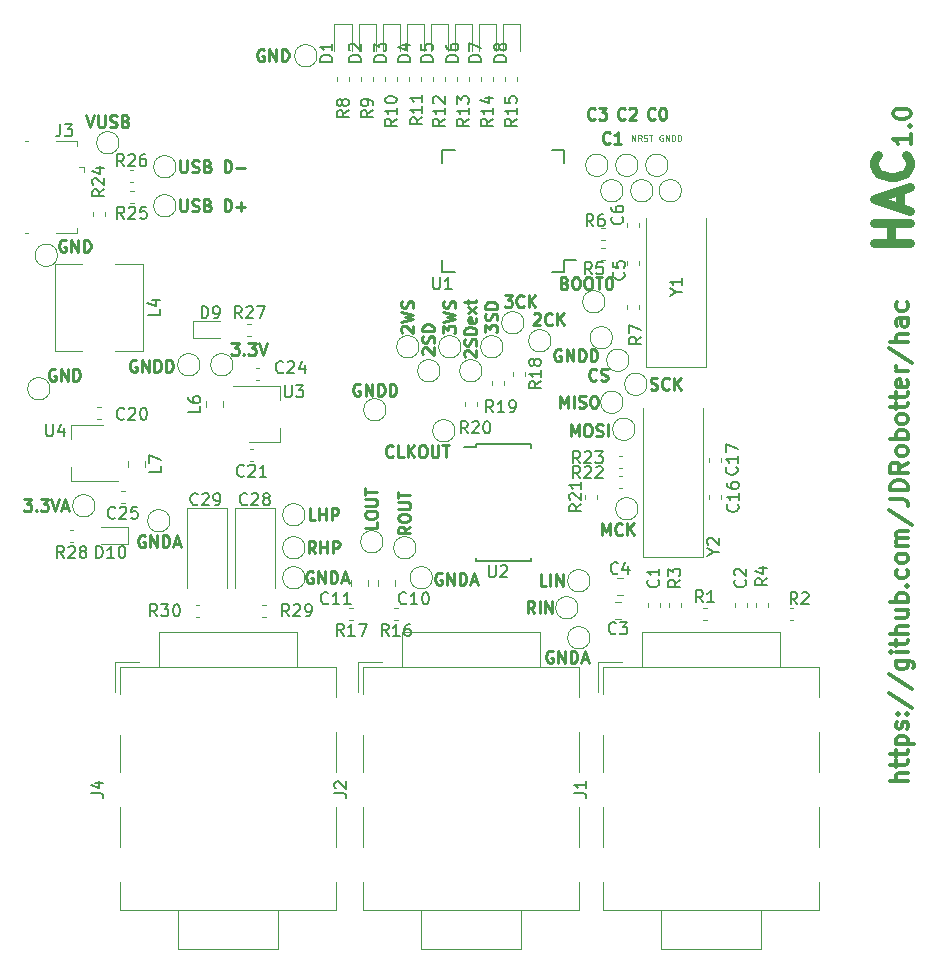
<source format=gbr>
G04 #@! TF.GenerationSoftware,KiCad,Pcbnew,(5.0.2)-1*
G04 #@! TF.CreationDate,2019-02-01T15:19:08+01:00*
G04 #@! TF.ProjectId,hac,6861632e-6b69-4636-9164-5f7063625858,rev?*
G04 #@! TF.SameCoordinates,Original*
G04 #@! TF.FileFunction,Legend,Top*
G04 #@! TF.FilePolarity,Positive*
%FSLAX46Y46*%
G04 Gerber Fmt 4.6, Leading zero omitted, Abs format (unit mm)*
G04 Created by KiCad (PCBNEW (5.0.2)-1) date 2/1/2019 3:19:08 PM*
%MOMM*%
%LPD*%
G01*
G04 APERTURE LIST*
%ADD10C,0.750000*%
%ADD11C,0.300000*%
%ADD12C,0.125000*%
%ADD13C,0.250000*%
%ADD14C,0.120000*%
%ADD15C,0.150000*%
G04 APERTURE END LIST*
D10*
X195667142Y-89748857D02*
X192667142Y-89748857D01*
X194095714Y-89748857D02*
X194095714Y-88034571D01*
X195667142Y-88034571D02*
X192667142Y-88034571D01*
X194810000Y-86748857D02*
X194810000Y-85320285D01*
X195667142Y-87034571D02*
X192667142Y-86034571D01*
X195667142Y-85034571D01*
X195381428Y-82320285D02*
X195524285Y-82463142D01*
X195667142Y-82891714D01*
X195667142Y-83177428D01*
X195524285Y-83606000D01*
X195238571Y-83891714D01*
X194952857Y-84034571D01*
X194381428Y-84177428D01*
X193952857Y-84177428D01*
X193381428Y-84034571D01*
X193095714Y-83891714D01*
X192810000Y-83606000D01*
X192667142Y-83177428D01*
X192667142Y-82891714D01*
X192810000Y-82463142D01*
X192952857Y-82320285D01*
D11*
X195750571Y-80525857D02*
X195750571Y-81383000D01*
X195750571Y-80954428D02*
X194250571Y-80954428D01*
X194464857Y-81097285D01*
X194607714Y-81240142D01*
X194679142Y-81383000D01*
X195607714Y-79883000D02*
X195679142Y-79811571D01*
X195750571Y-79883000D01*
X195679142Y-79954428D01*
X195607714Y-79883000D01*
X195750571Y-79883000D01*
X194250571Y-78883000D02*
X194250571Y-78740142D01*
X194322000Y-78597285D01*
X194393428Y-78525857D01*
X194536285Y-78454428D01*
X194822000Y-78383000D01*
X195179142Y-78383000D01*
X195464857Y-78454428D01*
X195607714Y-78525857D01*
X195679142Y-78597285D01*
X195750571Y-78740142D01*
X195750571Y-78883000D01*
X195679142Y-79025857D01*
X195607714Y-79097285D01*
X195464857Y-79168714D01*
X195179142Y-79240142D01*
X194822000Y-79240142D01*
X194536285Y-79168714D01*
X194393428Y-79097285D01*
X194322000Y-79025857D01*
X194250571Y-78883000D01*
X195496571Y-135276285D02*
X193996571Y-135276285D01*
X195496571Y-134633428D02*
X194710857Y-134633428D01*
X194568000Y-134704857D01*
X194496571Y-134847714D01*
X194496571Y-135062000D01*
X194568000Y-135204857D01*
X194639428Y-135276285D01*
X194496571Y-134133428D02*
X194496571Y-133562000D01*
X193996571Y-133919142D02*
X195282285Y-133919142D01*
X195425142Y-133847714D01*
X195496571Y-133704857D01*
X195496571Y-133562000D01*
X194496571Y-133276285D02*
X194496571Y-132704857D01*
X193996571Y-133062000D02*
X195282285Y-133062000D01*
X195425142Y-132990571D01*
X195496571Y-132847714D01*
X195496571Y-132704857D01*
X194496571Y-132204857D02*
X195996571Y-132204857D01*
X194568000Y-132204857D02*
X194496571Y-132062000D01*
X194496571Y-131776285D01*
X194568000Y-131633428D01*
X194639428Y-131562000D01*
X194782285Y-131490571D01*
X195210857Y-131490571D01*
X195353714Y-131562000D01*
X195425142Y-131633428D01*
X195496571Y-131776285D01*
X195496571Y-132062000D01*
X195425142Y-132204857D01*
X195425142Y-130919142D02*
X195496571Y-130776285D01*
X195496571Y-130490571D01*
X195425142Y-130347714D01*
X195282285Y-130276285D01*
X195210857Y-130276285D01*
X195068000Y-130347714D01*
X194996571Y-130490571D01*
X194996571Y-130704857D01*
X194925142Y-130847714D01*
X194782285Y-130919142D01*
X194710857Y-130919142D01*
X194568000Y-130847714D01*
X194496571Y-130704857D01*
X194496571Y-130490571D01*
X194568000Y-130347714D01*
X195353714Y-129633428D02*
X195425142Y-129562000D01*
X195496571Y-129633428D01*
X195425142Y-129704857D01*
X195353714Y-129633428D01*
X195496571Y-129633428D01*
X194568000Y-129633428D02*
X194639428Y-129562000D01*
X194710857Y-129633428D01*
X194639428Y-129704857D01*
X194568000Y-129633428D01*
X194710857Y-129633428D01*
X193925142Y-127847714D02*
X195853714Y-129133428D01*
X193925142Y-126276285D02*
X195853714Y-127562000D01*
X194496571Y-125133428D02*
X195710857Y-125133428D01*
X195853714Y-125204857D01*
X195925142Y-125276285D01*
X195996571Y-125419142D01*
X195996571Y-125633428D01*
X195925142Y-125776285D01*
X195425142Y-125133428D02*
X195496571Y-125276285D01*
X195496571Y-125562000D01*
X195425142Y-125704857D01*
X195353714Y-125776285D01*
X195210857Y-125847714D01*
X194782285Y-125847714D01*
X194639428Y-125776285D01*
X194568000Y-125704857D01*
X194496571Y-125562000D01*
X194496571Y-125276285D01*
X194568000Y-125133428D01*
X195496571Y-124419142D02*
X194496571Y-124419142D01*
X193996571Y-124419142D02*
X194068000Y-124490571D01*
X194139428Y-124419142D01*
X194068000Y-124347714D01*
X193996571Y-124419142D01*
X194139428Y-124419142D01*
X194496571Y-123919142D02*
X194496571Y-123347714D01*
X193996571Y-123704857D02*
X195282285Y-123704857D01*
X195425142Y-123633428D01*
X195496571Y-123490571D01*
X195496571Y-123347714D01*
X195496571Y-122847714D02*
X193996571Y-122847714D01*
X195496571Y-122204857D02*
X194710857Y-122204857D01*
X194568000Y-122276285D01*
X194496571Y-122419142D01*
X194496571Y-122633428D01*
X194568000Y-122776285D01*
X194639428Y-122847714D01*
X194496571Y-120847714D02*
X195496571Y-120847714D01*
X194496571Y-121490571D02*
X195282285Y-121490571D01*
X195425142Y-121419142D01*
X195496571Y-121276285D01*
X195496571Y-121062000D01*
X195425142Y-120919142D01*
X195353714Y-120847714D01*
X195496571Y-120133428D02*
X193996571Y-120133428D01*
X194568000Y-120133428D02*
X194496571Y-119990571D01*
X194496571Y-119704857D01*
X194568000Y-119562000D01*
X194639428Y-119490571D01*
X194782285Y-119419142D01*
X195210857Y-119419142D01*
X195353714Y-119490571D01*
X195425142Y-119562000D01*
X195496571Y-119704857D01*
X195496571Y-119990571D01*
X195425142Y-120133428D01*
X195353714Y-118776285D02*
X195425142Y-118704857D01*
X195496571Y-118776285D01*
X195425142Y-118847714D01*
X195353714Y-118776285D01*
X195496571Y-118776285D01*
X195425142Y-117419142D02*
X195496571Y-117562000D01*
X195496571Y-117847714D01*
X195425142Y-117990571D01*
X195353714Y-118062000D01*
X195210857Y-118133428D01*
X194782285Y-118133428D01*
X194639428Y-118062000D01*
X194568000Y-117990571D01*
X194496571Y-117847714D01*
X194496571Y-117562000D01*
X194568000Y-117419142D01*
X195496571Y-116562000D02*
X195425142Y-116704857D01*
X195353714Y-116776285D01*
X195210857Y-116847714D01*
X194782285Y-116847714D01*
X194639428Y-116776285D01*
X194568000Y-116704857D01*
X194496571Y-116562000D01*
X194496571Y-116347714D01*
X194568000Y-116204857D01*
X194639428Y-116133428D01*
X194782285Y-116062000D01*
X195210857Y-116062000D01*
X195353714Y-116133428D01*
X195425142Y-116204857D01*
X195496571Y-116347714D01*
X195496571Y-116562000D01*
X195496571Y-115419142D02*
X194496571Y-115419142D01*
X194639428Y-115419142D02*
X194568000Y-115347714D01*
X194496571Y-115204857D01*
X194496571Y-114990571D01*
X194568000Y-114847714D01*
X194710857Y-114776285D01*
X195496571Y-114776285D01*
X194710857Y-114776285D02*
X194568000Y-114704857D01*
X194496571Y-114562000D01*
X194496571Y-114347714D01*
X194568000Y-114204857D01*
X194710857Y-114133428D01*
X195496571Y-114133428D01*
X193925142Y-112347714D02*
X195853714Y-113633428D01*
X193996571Y-111419142D02*
X195068000Y-111419142D01*
X195282285Y-111490571D01*
X195425142Y-111633428D01*
X195496571Y-111847714D01*
X195496571Y-111990571D01*
X195496571Y-110704857D02*
X193996571Y-110704857D01*
X193996571Y-110347714D01*
X194068000Y-110133428D01*
X194210857Y-109990571D01*
X194353714Y-109919142D01*
X194639428Y-109847714D01*
X194853714Y-109847714D01*
X195139428Y-109919142D01*
X195282285Y-109990571D01*
X195425142Y-110133428D01*
X195496571Y-110347714D01*
X195496571Y-110704857D01*
X195496571Y-108347714D02*
X194782285Y-108847714D01*
X195496571Y-109204857D02*
X193996571Y-109204857D01*
X193996571Y-108633428D01*
X194068000Y-108490571D01*
X194139428Y-108419142D01*
X194282285Y-108347714D01*
X194496571Y-108347714D01*
X194639428Y-108419142D01*
X194710857Y-108490571D01*
X194782285Y-108633428D01*
X194782285Y-109204857D01*
X195496571Y-107490571D02*
X195425142Y-107633428D01*
X195353714Y-107704857D01*
X195210857Y-107776285D01*
X194782285Y-107776285D01*
X194639428Y-107704857D01*
X194568000Y-107633428D01*
X194496571Y-107490571D01*
X194496571Y-107276285D01*
X194568000Y-107133428D01*
X194639428Y-107062000D01*
X194782285Y-106990571D01*
X195210857Y-106990571D01*
X195353714Y-107062000D01*
X195425142Y-107133428D01*
X195496571Y-107276285D01*
X195496571Y-107490571D01*
X195496571Y-106347714D02*
X193996571Y-106347714D01*
X194568000Y-106347714D02*
X194496571Y-106204857D01*
X194496571Y-105919142D01*
X194568000Y-105776285D01*
X194639428Y-105704857D01*
X194782285Y-105633428D01*
X195210857Y-105633428D01*
X195353714Y-105704857D01*
X195425142Y-105776285D01*
X195496571Y-105919142D01*
X195496571Y-106204857D01*
X195425142Y-106347714D01*
X195496571Y-104776285D02*
X195425142Y-104919142D01*
X195353714Y-104990571D01*
X195210857Y-105062000D01*
X194782285Y-105062000D01*
X194639428Y-104990571D01*
X194568000Y-104919142D01*
X194496571Y-104776285D01*
X194496571Y-104562000D01*
X194568000Y-104419142D01*
X194639428Y-104347714D01*
X194782285Y-104276285D01*
X195210857Y-104276285D01*
X195353714Y-104347714D01*
X195425142Y-104419142D01*
X195496571Y-104562000D01*
X195496571Y-104776285D01*
X194496571Y-103847714D02*
X194496571Y-103276285D01*
X193996571Y-103633428D02*
X195282285Y-103633428D01*
X195425142Y-103562000D01*
X195496571Y-103419142D01*
X195496571Y-103276285D01*
X194496571Y-102990571D02*
X194496571Y-102419142D01*
X193996571Y-102776285D02*
X195282285Y-102776285D01*
X195425142Y-102704857D01*
X195496571Y-102562000D01*
X195496571Y-102419142D01*
X195425142Y-101347714D02*
X195496571Y-101490571D01*
X195496571Y-101776285D01*
X195425142Y-101919142D01*
X195282285Y-101990571D01*
X194710857Y-101990571D01*
X194568000Y-101919142D01*
X194496571Y-101776285D01*
X194496571Y-101490571D01*
X194568000Y-101347714D01*
X194710857Y-101276285D01*
X194853714Y-101276285D01*
X194996571Y-101990571D01*
X195496571Y-100633428D02*
X194496571Y-100633428D01*
X194782285Y-100633428D02*
X194639428Y-100562000D01*
X194568000Y-100490571D01*
X194496571Y-100347714D01*
X194496571Y-100204857D01*
X193925142Y-98633428D02*
X195853714Y-99919142D01*
X195496571Y-98133428D02*
X193996571Y-98133428D01*
X195496571Y-97490571D02*
X194710857Y-97490571D01*
X194568000Y-97562000D01*
X194496571Y-97704857D01*
X194496571Y-97919142D01*
X194568000Y-98062000D01*
X194639428Y-98133428D01*
X195496571Y-96133428D02*
X194710857Y-96133428D01*
X194568000Y-96204857D01*
X194496571Y-96347714D01*
X194496571Y-96633428D01*
X194568000Y-96776285D01*
X195425142Y-96133428D02*
X195496571Y-96276285D01*
X195496571Y-96633428D01*
X195425142Y-96776285D01*
X195282285Y-96847714D01*
X195139428Y-96847714D01*
X194996571Y-96776285D01*
X194925142Y-96633428D01*
X194925142Y-96276285D01*
X194853714Y-96133428D01*
X195425142Y-94776285D02*
X195496571Y-94919142D01*
X195496571Y-95204857D01*
X195425142Y-95347714D01*
X195353714Y-95419142D01*
X195210857Y-95490571D01*
X194782285Y-95490571D01*
X194639428Y-95419142D01*
X194568000Y-95347714D01*
X194496571Y-95204857D01*
X194496571Y-94919142D01*
X194568000Y-94776285D01*
D12*
X174756047Y-80649000D02*
X174708428Y-80625190D01*
X174637000Y-80625190D01*
X174565571Y-80649000D01*
X174517952Y-80696619D01*
X174494142Y-80744238D01*
X174470333Y-80839476D01*
X174470333Y-80910904D01*
X174494142Y-81006142D01*
X174517952Y-81053761D01*
X174565571Y-81101380D01*
X174637000Y-81125190D01*
X174684619Y-81125190D01*
X174756047Y-81101380D01*
X174779857Y-81077571D01*
X174779857Y-80910904D01*
X174684619Y-80910904D01*
X174994142Y-81125190D02*
X174994142Y-80625190D01*
X175279857Y-81125190D01*
X175279857Y-80625190D01*
X175517952Y-81125190D02*
X175517952Y-80625190D01*
X175637000Y-80625190D01*
X175708428Y-80649000D01*
X175756047Y-80696619D01*
X175779857Y-80744238D01*
X175803666Y-80839476D01*
X175803666Y-80910904D01*
X175779857Y-81006142D01*
X175756047Y-81053761D01*
X175708428Y-81101380D01*
X175637000Y-81125190D01*
X175517952Y-81125190D01*
X176017952Y-81125190D02*
X176017952Y-80625190D01*
X176137000Y-80625190D01*
X176208428Y-80649000D01*
X176256047Y-80696619D01*
X176279857Y-80744238D01*
X176303666Y-80839476D01*
X176303666Y-80910904D01*
X176279857Y-81006142D01*
X176256047Y-81053761D01*
X176208428Y-81101380D01*
X176137000Y-81125190D01*
X176017952Y-81125190D01*
X172152571Y-81125190D02*
X172152571Y-80625190D01*
X172438285Y-81125190D01*
X172438285Y-80625190D01*
X172962095Y-81125190D02*
X172795428Y-80887095D01*
X172676380Y-81125190D02*
X172676380Y-80625190D01*
X172866857Y-80625190D01*
X172914476Y-80649000D01*
X172938285Y-80672809D01*
X172962095Y-80720428D01*
X172962095Y-80791857D01*
X172938285Y-80839476D01*
X172914476Y-80863285D01*
X172866857Y-80887095D01*
X172676380Y-80887095D01*
X173152571Y-81101380D02*
X173224000Y-81125190D01*
X173343047Y-81125190D01*
X173390666Y-81101380D01*
X173414476Y-81077571D01*
X173438285Y-81029952D01*
X173438285Y-80982333D01*
X173414476Y-80934714D01*
X173390666Y-80910904D01*
X173343047Y-80887095D01*
X173247809Y-80863285D01*
X173200190Y-80839476D01*
X173176380Y-80815666D01*
X173152571Y-80768047D01*
X173152571Y-80720428D01*
X173176380Y-80672809D01*
X173200190Y-80649000D01*
X173247809Y-80625190D01*
X173366857Y-80625190D01*
X173438285Y-80649000D01*
X173581142Y-80625190D02*
X173866857Y-80625190D01*
X173724000Y-81125190D02*
X173724000Y-80625190D01*
D13*
X170267333Y-81256142D02*
X170219714Y-81303761D01*
X170076857Y-81351380D01*
X169981619Y-81351380D01*
X169838761Y-81303761D01*
X169743523Y-81208523D01*
X169695904Y-81113285D01*
X169648285Y-80922809D01*
X169648285Y-80779952D01*
X169695904Y-80589476D01*
X169743523Y-80494238D01*
X169838761Y-80399000D01*
X169981619Y-80351380D01*
X170076857Y-80351380D01*
X170219714Y-80399000D01*
X170267333Y-80446619D01*
X171219714Y-81351380D02*
X170648285Y-81351380D01*
X170934000Y-81351380D02*
X170934000Y-80351380D01*
X170838761Y-80494238D01*
X170743523Y-80589476D01*
X170648285Y-80637095D01*
X174077333Y-79224142D02*
X174029714Y-79271761D01*
X173886857Y-79319380D01*
X173791619Y-79319380D01*
X173648761Y-79271761D01*
X173553523Y-79176523D01*
X173505904Y-79081285D01*
X173458285Y-78890809D01*
X173458285Y-78747952D01*
X173505904Y-78557476D01*
X173553523Y-78462238D01*
X173648761Y-78367000D01*
X173791619Y-78319380D01*
X173886857Y-78319380D01*
X174029714Y-78367000D01*
X174077333Y-78414619D01*
X174696380Y-78319380D02*
X174791619Y-78319380D01*
X174886857Y-78367000D01*
X174934476Y-78414619D01*
X174982095Y-78509857D01*
X175029714Y-78700333D01*
X175029714Y-78938428D01*
X174982095Y-79128904D01*
X174934476Y-79224142D01*
X174886857Y-79271761D01*
X174791619Y-79319380D01*
X174696380Y-79319380D01*
X174601142Y-79271761D01*
X174553523Y-79224142D01*
X174505904Y-79128904D01*
X174458285Y-78938428D01*
X174458285Y-78700333D01*
X174505904Y-78509857D01*
X174553523Y-78414619D01*
X174601142Y-78367000D01*
X174696380Y-78319380D01*
X171537333Y-79224142D02*
X171489714Y-79271761D01*
X171346857Y-79319380D01*
X171251619Y-79319380D01*
X171108761Y-79271761D01*
X171013523Y-79176523D01*
X170965904Y-79081285D01*
X170918285Y-78890809D01*
X170918285Y-78747952D01*
X170965904Y-78557476D01*
X171013523Y-78462238D01*
X171108761Y-78367000D01*
X171251619Y-78319380D01*
X171346857Y-78319380D01*
X171489714Y-78367000D01*
X171537333Y-78414619D01*
X171918285Y-78414619D02*
X171965904Y-78367000D01*
X172061142Y-78319380D01*
X172299238Y-78319380D01*
X172394476Y-78367000D01*
X172442095Y-78414619D01*
X172489714Y-78509857D01*
X172489714Y-78605095D01*
X172442095Y-78747952D01*
X171870666Y-79319380D01*
X172489714Y-79319380D01*
X168997333Y-79224142D02*
X168949714Y-79271761D01*
X168806857Y-79319380D01*
X168711619Y-79319380D01*
X168568761Y-79271761D01*
X168473523Y-79176523D01*
X168425904Y-79081285D01*
X168378285Y-78890809D01*
X168378285Y-78747952D01*
X168425904Y-78557476D01*
X168473523Y-78462238D01*
X168568761Y-78367000D01*
X168711619Y-78319380D01*
X168806857Y-78319380D01*
X168949714Y-78367000D01*
X168997333Y-78414619D01*
X169330666Y-78319380D02*
X169949714Y-78319380D01*
X169616380Y-78700333D01*
X169759238Y-78700333D01*
X169854476Y-78747952D01*
X169902095Y-78795571D01*
X169949714Y-78890809D01*
X169949714Y-79128904D01*
X169902095Y-79224142D01*
X169854476Y-79271761D01*
X169759238Y-79319380D01*
X169473523Y-79319380D01*
X169378285Y-79271761D01*
X169330666Y-79224142D01*
X151900190Y-107799142D02*
X151852571Y-107846761D01*
X151709714Y-107894380D01*
X151614476Y-107894380D01*
X151471619Y-107846761D01*
X151376380Y-107751523D01*
X151328761Y-107656285D01*
X151281142Y-107465809D01*
X151281142Y-107322952D01*
X151328761Y-107132476D01*
X151376380Y-107037238D01*
X151471619Y-106942000D01*
X151614476Y-106894380D01*
X151709714Y-106894380D01*
X151852571Y-106942000D01*
X151900190Y-106989619D01*
X152804952Y-107894380D02*
X152328761Y-107894380D01*
X152328761Y-106894380D01*
X153138285Y-107894380D02*
X153138285Y-106894380D01*
X153709714Y-107894380D02*
X153281142Y-107322952D01*
X153709714Y-106894380D02*
X153138285Y-107465809D01*
X154328761Y-106894380D02*
X154519238Y-106894380D01*
X154614476Y-106942000D01*
X154709714Y-107037238D01*
X154757333Y-107227714D01*
X154757333Y-107561047D01*
X154709714Y-107751523D01*
X154614476Y-107846761D01*
X154519238Y-107894380D01*
X154328761Y-107894380D01*
X154233523Y-107846761D01*
X154138285Y-107751523D01*
X154090666Y-107561047D01*
X154090666Y-107227714D01*
X154138285Y-107037238D01*
X154233523Y-106942000D01*
X154328761Y-106894380D01*
X155185904Y-106894380D02*
X155185904Y-107703904D01*
X155233523Y-107799142D01*
X155281142Y-107846761D01*
X155376380Y-107894380D01*
X155566857Y-107894380D01*
X155662095Y-107846761D01*
X155709714Y-107799142D01*
X155757333Y-107703904D01*
X155757333Y-106894380D01*
X156090666Y-106894380D02*
X156662095Y-106894380D01*
X156376380Y-107894380D02*
X156376380Y-106894380D01*
X149106095Y-101735000D02*
X149010857Y-101687380D01*
X148868000Y-101687380D01*
X148725142Y-101735000D01*
X148629904Y-101830238D01*
X148582285Y-101925476D01*
X148534666Y-102115952D01*
X148534666Y-102258809D01*
X148582285Y-102449285D01*
X148629904Y-102544523D01*
X148725142Y-102639761D01*
X148868000Y-102687380D01*
X148963238Y-102687380D01*
X149106095Y-102639761D01*
X149153714Y-102592142D01*
X149153714Y-102258809D01*
X148963238Y-102258809D01*
X149582285Y-102687380D02*
X149582285Y-101687380D01*
X150153714Y-102687380D01*
X150153714Y-101687380D01*
X150629904Y-102687380D02*
X150629904Y-101687380D01*
X150868000Y-101687380D01*
X151010857Y-101735000D01*
X151106095Y-101830238D01*
X151153714Y-101925476D01*
X151201333Y-102115952D01*
X151201333Y-102258809D01*
X151153714Y-102449285D01*
X151106095Y-102544523D01*
X151010857Y-102639761D01*
X150868000Y-102687380D01*
X150629904Y-102687380D01*
X151629904Y-102687380D02*
X151629904Y-101687380D01*
X151868000Y-101687380D01*
X152010857Y-101735000D01*
X152106095Y-101830238D01*
X152153714Y-101925476D01*
X152201333Y-102115952D01*
X152201333Y-102258809D01*
X152153714Y-102449285D01*
X152106095Y-102544523D01*
X152010857Y-102639761D01*
X151868000Y-102687380D01*
X151629904Y-102687380D01*
X152709619Y-97345333D02*
X152662000Y-97297714D01*
X152614380Y-97202476D01*
X152614380Y-96964380D01*
X152662000Y-96869142D01*
X152709619Y-96821523D01*
X152804857Y-96773904D01*
X152900095Y-96773904D01*
X153042952Y-96821523D01*
X153614380Y-97392952D01*
X153614380Y-96773904D01*
X152614380Y-96440571D02*
X153614380Y-96202476D01*
X152900095Y-96012000D01*
X153614380Y-95821523D01*
X152614380Y-95583428D01*
X153566761Y-95250095D02*
X153614380Y-95107238D01*
X153614380Y-94869142D01*
X153566761Y-94773904D01*
X153519142Y-94726285D01*
X153423904Y-94678666D01*
X153328666Y-94678666D01*
X153233428Y-94726285D01*
X153185809Y-94773904D01*
X153138190Y-94869142D01*
X153090571Y-95059619D01*
X153042952Y-95154857D01*
X152995333Y-95202476D01*
X152900095Y-95250095D01*
X152804857Y-95250095D01*
X152709619Y-95202476D01*
X152662000Y-95154857D01*
X152614380Y-95059619D01*
X152614380Y-94821523D01*
X152662000Y-94678666D01*
X154487619Y-99178904D02*
X154440000Y-99131285D01*
X154392380Y-99036047D01*
X154392380Y-98797952D01*
X154440000Y-98702714D01*
X154487619Y-98655095D01*
X154582857Y-98607476D01*
X154678095Y-98607476D01*
X154820952Y-98655095D01*
X155392380Y-99226523D01*
X155392380Y-98607476D01*
X155344761Y-98226523D02*
X155392380Y-98083666D01*
X155392380Y-97845571D01*
X155344761Y-97750333D01*
X155297142Y-97702714D01*
X155201904Y-97655095D01*
X155106666Y-97655095D01*
X155011428Y-97702714D01*
X154963809Y-97750333D01*
X154916190Y-97845571D01*
X154868571Y-98036047D01*
X154820952Y-98131285D01*
X154773333Y-98178904D01*
X154678095Y-98226523D01*
X154582857Y-98226523D01*
X154487619Y-98178904D01*
X154440000Y-98131285D01*
X154392380Y-98036047D01*
X154392380Y-97797952D01*
X154440000Y-97655095D01*
X155392380Y-97226523D02*
X154392380Y-97226523D01*
X154392380Y-96988428D01*
X154440000Y-96845571D01*
X154535238Y-96750333D01*
X154630476Y-96702714D01*
X154820952Y-96655095D01*
X154963809Y-96655095D01*
X155154285Y-96702714D01*
X155249523Y-96750333D01*
X155344761Y-96845571D01*
X155392380Y-96988428D01*
X155392380Y-97226523D01*
X156170380Y-97392952D02*
X156170380Y-96773904D01*
X156551333Y-97107238D01*
X156551333Y-96964380D01*
X156598952Y-96869142D01*
X156646571Y-96821523D01*
X156741809Y-96773904D01*
X156979904Y-96773904D01*
X157075142Y-96821523D01*
X157122761Y-96869142D01*
X157170380Y-96964380D01*
X157170380Y-97250095D01*
X157122761Y-97345333D01*
X157075142Y-97392952D01*
X156170380Y-96440571D02*
X157170380Y-96202476D01*
X156456095Y-96012000D01*
X157170380Y-95821523D01*
X156170380Y-95583428D01*
X157122761Y-95250095D02*
X157170380Y-95107238D01*
X157170380Y-94869142D01*
X157122761Y-94773904D01*
X157075142Y-94726285D01*
X156979904Y-94678666D01*
X156884666Y-94678666D01*
X156789428Y-94726285D01*
X156741809Y-94773904D01*
X156694190Y-94869142D01*
X156646571Y-95059619D01*
X156598952Y-95154857D01*
X156551333Y-95202476D01*
X156456095Y-95250095D01*
X156360857Y-95250095D01*
X156265619Y-95202476D01*
X156218000Y-95154857D01*
X156170380Y-95059619D01*
X156170380Y-94821523D01*
X156218000Y-94678666D01*
X158043619Y-99408952D02*
X157996000Y-99361333D01*
X157948380Y-99266095D01*
X157948380Y-99028000D01*
X157996000Y-98932761D01*
X158043619Y-98885142D01*
X158138857Y-98837523D01*
X158234095Y-98837523D01*
X158376952Y-98885142D01*
X158948380Y-99456571D01*
X158948380Y-98837523D01*
X158900761Y-98456571D02*
X158948380Y-98313714D01*
X158948380Y-98075619D01*
X158900761Y-97980380D01*
X158853142Y-97932761D01*
X158757904Y-97885142D01*
X158662666Y-97885142D01*
X158567428Y-97932761D01*
X158519809Y-97980380D01*
X158472190Y-98075619D01*
X158424571Y-98266095D01*
X158376952Y-98361333D01*
X158329333Y-98408952D01*
X158234095Y-98456571D01*
X158138857Y-98456571D01*
X158043619Y-98408952D01*
X157996000Y-98361333D01*
X157948380Y-98266095D01*
X157948380Y-98028000D01*
X157996000Y-97885142D01*
X158948380Y-97456571D02*
X157948380Y-97456571D01*
X157948380Y-97218476D01*
X157996000Y-97075619D01*
X158091238Y-96980380D01*
X158186476Y-96932761D01*
X158376952Y-96885142D01*
X158519809Y-96885142D01*
X158710285Y-96932761D01*
X158805523Y-96980380D01*
X158900761Y-97075619D01*
X158948380Y-97218476D01*
X158948380Y-97456571D01*
X158900761Y-96075619D02*
X158948380Y-96170857D01*
X158948380Y-96361333D01*
X158900761Y-96456571D01*
X158805523Y-96504190D01*
X158424571Y-96504190D01*
X158329333Y-96456571D01*
X158281714Y-96361333D01*
X158281714Y-96170857D01*
X158329333Y-96075619D01*
X158424571Y-96028000D01*
X158519809Y-96028000D01*
X158615047Y-96504190D01*
X158948380Y-95694666D02*
X158281714Y-95170857D01*
X158281714Y-95694666D02*
X158948380Y-95170857D01*
X158281714Y-94932761D02*
X158281714Y-94551809D01*
X157948380Y-94789904D02*
X158805523Y-94789904D01*
X158900761Y-94742285D01*
X158948380Y-94647047D01*
X158948380Y-94551809D01*
X159726380Y-97321523D02*
X159726380Y-96702476D01*
X160107333Y-97035809D01*
X160107333Y-96892952D01*
X160154952Y-96797714D01*
X160202571Y-96750095D01*
X160297809Y-96702476D01*
X160535904Y-96702476D01*
X160631142Y-96750095D01*
X160678761Y-96797714D01*
X160726380Y-96892952D01*
X160726380Y-97178666D01*
X160678761Y-97273904D01*
X160631142Y-97321523D01*
X160678761Y-96321523D02*
X160726380Y-96178666D01*
X160726380Y-95940571D01*
X160678761Y-95845333D01*
X160631142Y-95797714D01*
X160535904Y-95750095D01*
X160440666Y-95750095D01*
X160345428Y-95797714D01*
X160297809Y-95845333D01*
X160250190Y-95940571D01*
X160202571Y-96131047D01*
X160154952Y-96226285D01*
X160107333Y-96273904D01*
X160012095Y-96321523D01*
X159916857Y-96321523D01*
X159821619Y-96273904D01*
X159774000Y-96226285D01*
X159726380Y-96131047D01*
X159726380Y-95892952D01*
X159774000Y-95750095D01*
X160726380Y-95321523D02*
X159726380Y-95321523D01*
X159726380Y-95083428D01*
X159774000Y-94940571D01*
X159869238Y-94845333D01*
X159964476Y-94797714D01*
X160154952Y-94750095D01*
X160297809Y-94750095D01*
X160488285Y-94797714D01*
X160583523Y-94845333D01*
X160678761Y-94940571D01*
X160726380Y-95083428D01*
X160726380Y-95321523D01*
X161353666Y-94194380D02*
X161972714Y-94194380D01*
X161639380Y-94575333D01*
X161782238Y-94575333D01*
X161877476Y-94622952D01*
X161925095Y-94670571D01*
X161972714Y-94765809D01*
X161972714Y-95003904D01*
X161925095Y-95099142D01*
X161877476Y-95146761D01*
X161782238Y-95194380D01*
X161496523Y-95194380D01*
X161401285Y-95146761D01*
X161353666Y-95099142D01*
X162972714Y-95099142D02*
X162925095Y-95146761D01*
X162782238Y-95194380D01*
X162687000Y-95194380D01*
X162544142Y-95146761D01*
X162448904Y-95051523D01*
X162401285Y-94956285D01*
X162353666Y-94765809D01*
X162353666Y-94622952D01*
X162401285Y-94432476D01*
X162448904Y-94337238D01*
X162544142Y-94242000D01*
X162687000Y-94194380D01*
X162782238Y-94194380D01*
X162925095Y-94242000D01*
X162972714Y-94289619D01*
X163401285Y-95194380D02*
X163401285Y-94194380D01*
X163972714Y-95194380D02*
X163544142Y-94622952D01*
X163972714Y-94194380D02*
X163401285Y-94765809D01*
X163814285Y-95813619D02*
X163861904Y-95766000D01*
X163957142Y-95718380D01*
X164195238Y-95718380D01*
X164290476Y-95766000D01*
X164338095Y-95813619D01*
X164385714Y-95908857D01*
X164385714Y-96004095D01*
X164338095Y-96146952D01*
X163766666Y-96718380D01*
X164385714Y-96718380D01*
X165385714Y-96623142D02*
X165338095Y-96670761D01*
X165195238Y-96718380D01*
X165100000Y-96718380D01*
X164957142Y-96670761D01*
X164861904Y-96575523D01*
X164814285Y-96480285D01*
X164766666Y-96289809D01*
X164766666Y-96146952D01*
X164814285Y-95956476D01*
X164861904Y-95861238D01*
X164957142Y-95766000D01*
X165100000Y-95718380D01*
X165195238Y-95718380D01*
X165338095Y-95766000D01*
X165385714Y-95813619D01*
X165814285Y-96718380D02*
X165814285Y-95718380D01*
X166385714Y-96718380D02*
X165957142Y-96146952D01*
X166385714Y-95718380D02*
X165814285Y-96289809D01*
X166441666Y-93146571D02*
X166584523Y-93194190D01*
X166632142Y-93241809D01*
X166679761Y-93337047D01*
X166679761Y-93479904D01*
X166632142Y-93575142D01*
X166584523Y-93622761D01*
X166489285Y-93670380D01*
X166108333Y-93670380D01*
X166108333Y-92670380D01*
X166441666Y-92670380D01*
X166536904Y-92718000D01*
X166584523Y-92765619D01*
X166632142Y-92860857D01*
X166632142Y-92956095D01*
X166584523Y-93051333D01*
X166536904Y-93098952D01*
X166441666Y-93146571D01*
X166108333Y-93146571D01*
X167298809Y-92670380D02*
X167489285Y-92670380D01*
X167584523Y-92718000D01*
X167679761Y-92813238D01*
X167727380Y-93003714D01*
X167727380Y-93337047D01*
X167679761Y-93527523D01*
X167584523Y-93622761D01*
X167489285Y-93670380D01*
X167298809Y-93670380D01*
X167203571Y-93622761D01*
X167108333Y-93527523D01*
X167060714Y-93337047D01*
X167060714Y-93003714D01*
X167108333Y-92813238D01*
X167203571Y-92718000D01*
X167298809Y-92670380D01*
X168346428Y-92670380D02*
X168536904Y-92670380D01*
X168632142Y-92718000D01*
X168727380Y-92813238D01*
X168775000Y-93003714D01*
X168775000Y-93337047D01*
X168727380Y-93527523D01*
X168632142Y-93622761D01*
X168536904Y-93670380D01*
X168346428Y-93670380D01*
X168251190Y-93622761D01*
X168155952Y-93527523D01*
X168108333Y-93337047D01*
X168108333Y-93003714D01*
X168155952Y-92813238D01*
X168251190Y-92718000D01*
X168346428Y-92670380D01*
X169060714Y-92670380D02*
X169632142Y-92670380D01*
X169346428Y-93670380D02*
X169346428Y-92670380D01*
X170155952Y-92670380D02*
X170251190Y-92670380D01*
X170346428Y-92718000D01*
X170394047Y-92765619D01*
X170441666Y-92860857D01*
X170489285Y-93051333D01*
X170489285Y-93289428D01*
X170441666Y-93479904D01*
X170394047Y-93575142D01*
X170346428Y-93622761D01*
X170251190Y-93670380D01*
X170155952Y-93670380D01*
X170060714Y-93622761D01*
X170013095Y-93575142D01*
X169965476Y-93479904D01*
X169917857Y-93289428D01*
X169917857Y-93051333D01*
X169965476Y-92860857D01*
X170013095Y-92765619D01*
X170060714Y-92718000D01*
X170155952Y-92670380D01*
X166124095Y-98814000D02*
X166028857Y-98766380D01*
X165886000Y-98766380D01*
X165743142Y-98814000D01*
X165647904Y-98909238D01*
X165600285Y-99004476D01*
X165552666Y-99194952D01*
X165552666Y-99337809D01*
X165600285Y-99528285D01*
X165647904Y-99623523D01*
X165743142Y-99718761D01*
X165886000Y-99766380D01*
X165981238Y-99766380D01*
X166124095Y-99718761D01*
X166171714Y-99671142D01*
X166171714Y-99337809D01*
X165981238Y-99337809D01*
X166600285Y-99766380D02*
X166600285Y-98766380D01*
X167171714Y-99766380D01*
X167171714Y-98766380D01*
X167647904Y-99766380D02*
X167647904Y-98766380D01*
X167886000Y-98766380D01*
X168028857Y-98814000D01*
X168124095Y-98909238D01*
X168171714Y-99004476D01*
X168219333Y-99194952D01*
X168219333Y-99337809D01*
X168171714Y-99528285D01*
X168124095Y-99623523D01*
X168028857Y-99718761D01*
X167886000Y-99766380D01*
X167647904Y-99766380D01*
X168647904Y-99766380D02*
X168647904Y-98766380D01*
X168886000Y-98766380D01*
X169028857Y-98814000D01*
X169124095Y-98909238D01*
X169171714Y-99004476D01*
X169219333Y-99194952D01*
X169219333Y-99337809D01*
X169171714Y-99528285D01*
X169124095Y-99623523D01*
X169028857Y-99718761D01*
X168886000Y-99766380D01*
X168647904Y-99766380D01*
X169124333Y-101322142D02*
X169076714Y-101369761D01*
X168933857Y-101417380D01*
X168838619Y-101417380D01*
X168695761Y-101369761D01*
X168600523Y-101274523D01*
X168552904Y-101179285D01*
X168505285Y-100988809D01*
X168505285Y-100845952D01*
X168552904Y-100655476D01*
X168600523Y-100560238D01*
X168695761Y-100465000D01*
X168838619Y-100417380D01*
X168933857Y-100417380D01*
X169076714Y-100465000D01*
X169124333Y-100512619D01*
X169505285Y-101369761D02*
X169648142Y-101417380D01*
X169886238Y-101417380D01*
X169981476Y-101369761D01*
X170029095Y-101322142D01*
X170076714Y-101226904D01*
X170076714Y-101131666D01*
X170029095Y-101036428D01*
X169981476Y-100988809D01*
X169886238Y-100941190D01*
X169695761Y-100893571D01*
X169600523Y-100845952D01*
X169552904Y-100798333D01*
X169505285Y-100703095D01*
X169505285Y-100607857D01*
X169552904Y-100512619D01*
X169600523Y-100465000D01*
X169695761Y-100417380D01*
X169933857Y-100417380D01*
X170076714Y-100465000D01*
X173720285Y-102131761D02*
X173863142Y-102179380D01*
X174101238Y-102179380D01*
X174196476Y-102131761D01*
X174244095Y-102084142D01*
X174291714Y-101988904D01*
X174291714Y-101893666D01*
X174244095Y-101798428D01*
X174196476Y-101750809D01*
X174101238Y-101703190D01*
X173910761Y-101655571D01*
X173815523Y-101607952D01*
X173767904Y-101560333D01*
X173720285Y-101465095D01*
X173720285Y-101369857D01*
X173767904Y-101274619D01*
X173815523Y-101227000D01*
X173910761Y-101179380D01*
X174148857Y-101179380D01*
X174291714Y-101227000D01*
X175291714Y-102084142D02*
X175244095Y-102131761D01*
X175101238Y-102179380D01*
X175006000Y-102179380D01*
X174863142Y-102131761D01*
X174767904Y-102036523D01*
X174720285Y-101941285D01*
X174672666Y-101750809D01*
X174672666Y-101607952D01*
X174720285Y-101417476D01*
X174767904Y-101322238D01*
X174863142Y-101227000D01*
X175006000Y-101179380D01*
X175101238Y-101179380D01*
X175244095Y-101227000D01*
X175291714Y-101274619D01*
X175720285Y-102179380D02*
X175720285Y-101179380D01*
X176291714Y-102179380D02*
X175863142Y-101607952D01*
X176291714Y-101179380D02*
X175720285Y-101750809D01*
X166068571Y-103703380D02*
X166068571Y-102703380D01*
X166401904Y-103417666D01*
X166735238Y-102703380D01*
X166735238Y-103703380D01*
X167211428Y-103703380D02*
X167211428Y-102703380D01*
X167640000Y-103655761D02*
X167782857Y-103703380D01*
X168020952Y-103703380D01*
X168116190Y-103655761D01*
X168163809Y-103608142D01*
X168211428Y-103512904D01*
X168211428Y-103417666D01*
X168163809Y-103322428D01*
X168116190Y-103274809D01*
X168020952Y-103227190D01*
X167830476Y-103179571D01*
X167735238Y-103131952D01*
X167687619Y-103084333D01*
X167640000Y-102989095D01*
X167640000Y-102893857D01*
X167687619Y-102798619D01*
X167735238Y-102751000D01*
X167830476Y-102703380D01*
X168068571Y-102703380D01*
X168211428Y-102751000D01*
X168830476Y-102703380D02*
X169020952Y-102703380D01*
X169116190Y-102751000D01*
X169211428Y-102846238D01*
X169259047Y-103036714D01*
X169259047Y-103370047D01*
X169211428Y-103560523D01*
X169116190Y-103655761D01*
X169020952Y-103703380D01*
X168830476Y-103703380D01*
X168735238Y-103655761D01*
X168640000Y-103560523D01*
X168592380Y-103370047D01*
X168592380Y-103036714D01*
X168640000Y-102846238D01*
X168735238Y-102751000D01*
X168830476Y-102703380D01*
X166957571Y-106116380D02*
X166957571Y-105116380D01*
X167290904Y-105830666D01*
X167624238Y-105116380D01*
X167624238Y-106116380D01*
X168290904Y-105116380D02*
X168481380Y-105116380D01*
X168576619Y-105164000D01*
X168671857Y-105259238D01*
X168719476Y-105449714D01*
X168719476Y-105783047D01*
X168671857Y-105973523D01*
X168576619Y-106068761D01*
X168481380Y-106116380D01*
X168290904Y-106116380D01*
X168195666Y-106068761D01*
X168100428Y-105973523D01*
X168052809Y-105783047D01*
X168052809Y-105449714D01*
X168100428Y-105259238D01*
X168195666Y-105164000D01*
X168290904Y-105116380D01*
X169100428Y-106068761D02*
X169243285Y-106116380D01*
X169481380Y-106116380D01*
X169576619Y-106068761D01*
X169624238Y-106021142D01*
X169671857Y-105925904D01*
X169671857Y-105830666D01*
X169624238Y-105735428D01*
X169576619Y-105687809D01*
X169481380Y-105640190D01*
X169290904Y-105592571D01*
X169195666Y-105544952D01*
X169148047Y-105497333D01*
X169100428Y-105402095D01*
X169100428Y-105306857D01*
X169148047Y-105211619D01*
X169195666Y-105164000D01*
X169290904Y-105116380D01*
X169529000Y-105116380D01*
X169671857Y-105164000D01*
X170100428Y-106116380D02*
X170100428Y-105116380D01*
X169608666Y-114498380D02*
X169608666Y-113498380D01*
X169942000Y-114212666D01*
X170275333Y-113498380D01*
X170275333Y-114498380D01*
X171322952Y-114403142D02*
X171275333Y-114450761D01*
X171132476Y-114498380D01*
X171037238Y-114498380D01*
X170894380Y-114450761D01*
X170799142Y-114355523D01*
X170751523Y-114260285D01*
X170703904Y-114069809D01*
X170703904Y-113926952D01*
X170751523Y-113736476D01*
X170799142Y-113641238D01*
X170894380Y-113546000D01*
X171037238Y-113498380D01*
X171132476Y-113498380D01*
X171275333Y-113546000D01*
X171322952Y-113593619D01*
X171751523Y-114498380D02*
X171751523Y-113498380D01*
X172322952Y-114498380D02*
X171894380Y-113926952D01*
X172322952Y-113498380D02*
X171751523Y-114069809D01*
X165433523Y-124341000D02*
X165338285Y-124293380D01*
X165195428Y-124293380D01*
X165052571Y-124341000D01*
X164957333Y-124436238D01*
X164909714Y-124531476D01*
X164862095Y-124721952D01*
X164862095Y-124864809D01*
X164909714Y-125055285D01*
X164957333Y-125150523D01*
X165052571Y-125245761D01*
X165195428Y-125293380D01*
X165290666Y-125293380D01*
X165433523Y-125245761D01*
X165481142Y-125198142D01*
X165481142Y-124864809D01*
X165290666Y-124864809D01*
X165909714Y-125293380D02*
X165909714Y-124293380D01*
X166481142Y-125293380D01*
X166481142Y-124293380D01*
X166957333Y-125293380D02*
X166957333Y-124293380D01*
X167195428Y-124293380D01*
X167338285Y-124341000D01*
X167433523Y-124436238D01*
X167481142Y-124531476D01*
X167528761Y-124721952D01*
X167528761Y-124864809D01*
X167481142Y-125055285D01*
X167433523Y-125150523D01*
X167338285Y-125245761D01*
X167195428Y-125293380D01*
X166957333Y-125293380D01*
X167909714Y-125007666D02*
X168385904Y-125007666D01*
X167814476Y-125293380D02*
X168147809Y-124293380D01*
X168481142Y-125293380D01*
X163885619Y-121102380D02*
X163552285Y-120626190D01*
X163314190Y-121102380D02*
X163314190Y-120102380D01*
X163695142Y-120102380D01*
X163790380Y-120150000D01*
X163838000Y-120197619D01*
X163885619Y-120292857D01*
X163885619Y-120435714D01*
X163838000Y-120530952D01*
X163790380Y-120578571D01*
X163695142Y-120626190D01*
X163314190Y-120626190D01*
X164314190Y-121102380D02*
X164314190Y-120102380D01*
X164790380Y-121102380D02*
X164790380Y-120102380D01*
X165361809Y-121102380D01*
X165361809Y-120102380D01*
X164901619Y-118816380D02*
X164425428Y-118816380D01*
X164425428Y-117816380D01*
X165234952Y-118816380D02*
X165234952Y-117816380D01*
X165711142Y-118816380D02*
X165711142Y-117816380D01*
X166282571Y-118816380D01*
X166282571Y-117816380D01*
X156035523Y-117737000D02*
X155940285Y-117689380D01*
X155797428Y-117689380D01*
X155654571Y-117737000D01*
X155559333Y-117832238D01*
X155511714Y-117927476D01*
X155464095Y-118117952D01*
X155464095Y-118260809D01*
X155511714Y-118451285D01*
X155559333Y-118546523D01*
X155654571Y-118641761D01*
X155797428Y-118689380D01*
X155892666Y-118689380D01*
X156035523Y-118641761D01*
X156083142Y-118594142D01*
X156083142Y-118260809D01*
X155892666Y-118260809D01*
X156511714Y-118689380D02*
X156511714Y-117689380D01*
X157083142Y-118689380D01*
X157083142Y-117689380D01*
X157559333Y-118689380D02*
X157559333Y-117689380D01*
X157797428Y-117689380D01*
X157940285Y-117737000D01*
X158035523Y-117832238D01*
X158083142Y-117927476D01*
X158130761Y-118117952D01*
X158130761Y-118260809D01*
X158083142Y-118451285D01*
X158035523Y-118546523D01*
X157940285Y-118641761D01*
X157797428Y-118689380D01*
X157559333Y-118689380D01*
X158511714Y-118403666D02*
X158987904Y-118403666D01*
X158416476Y-118689380D02*
X158749809Y-117689380D01*
X159083142Y-118689380D01*
X153360380Y-113768047D02*
X152884190Y-114101380D01*
X153360380Y-114339476D02*
X152360380Y-114339476D01*
X152360380Y-113958523D01*
X152408000Y-113863285D01*
X152455619Y-113815666D01*
X152550857Y-113768047D01*
X152693714Y-113768047D01*
X152788952Y-113815666D01*
X152836571Y-113863285D01*
X152884190Y-113958523D01*
X152884190Y-114339476D01*
X152360380Y-113149000D02*
X152360380Y-112958523D01*
X152408000Y-112863285D01*
X152503238Y-112768047D01*
X152693714Y-112720428D01*
X153027047Y-112720428D01*
X153217523Y-112768047D01*
X153312761Y-112863285D01*
X153360380Y-112958523D01*
X153360380Y-113149000D01*
X153312761Y-113244238D01*
X153217523Y-113339476D01*
X153027047Y-113387095D01*
X152693714Y-113387095D01*
X152503238Y-113339476D01*
X152408000Y-113244238D01*
X152360380Y-113149000D01*
X152360380Y-112291857D02*
X153169904Y-112291857D01*
X153265142Y-112244238D01*
X153312761Y-112196619D01*
X153360380Y-112101380D01*
X153360380Y-111910904D01*
X153312761Y-111815666D01*
X153265142Y-111768047D01*
X153169904Y-111720428D01*
X152360380Y-111720428D01*
X152360380Y-111387095D02*
X152360380Y-110815666D01*
X153360380Y-111101380D02*
X152360380Y-111101380D01*
X150566380Y-113387047D02*
X150566380Y-113863238D01*
X149566380Y-113863238D01*
X149566380Y-112863238D02*
X149566380Y-112672761D01*
X149614000Y-112577523D01*
X149709238Y-112482285D01*
X149899714Y-112434666D01*
X150233047Y-112434666D01*
X150423523Y-112482285D01*
X150518761Y-112577523D01*
X150566380Y-112672761D01*
X150566380Y-112863238D01*
X150518761Y-112958476D01*
X150423523Y-113053714D01*
X150233047Y-113101333D01*
X149899714Y-113101333D01*
X149709238Y-113053714D01*
X149614000Y-112958476D01*
X149566380Y-112863238D01*
X149566380Y-112006095D02*
X150375904Y-112006095D01*
X150471142Y-111958476D01*
X150518761Y-111910857D01*
X150566380Y-111815619D01*
X150566380Y-111625142D01*
X150518761Y-111529904D01*
X150471142Y-111482285D01*
X150375904Y-111434666D01*
X149566380Y-111434666D01*
X149566380Y-111101333D02*
X149566380Y-110529904D01*
X150566380Y-110815619D02*
X149566380Y-110815619D01*
X145113523Y-117610000D02*
X145018285Y-117562380D01*
X144875428Y-117562380D01*
X144732571Y-117610000D01*
X144637333Y-117705238D01*
X144589714Y-117800476D01*
X144542095Y-117990952D01*
X144542095Y-118133809D01*
X144589714Y-118324285D01*
X144637333Y-118419523D01*
X144732571Y-118514761D01*
X144875428Y-118562380D01*
X144970666Y-118562380D01*
X145113523Y-118514761D01*
X145161142Y-118467142D01*
X145161142Y-118133809D01*
X144970666Y-118133809D01*
X145589714Y-118562380D02*
X145589714Y-117562380D01*
X146161142Y-118562380D01*
X146161142Y-117562380D01*
X146637333Y-118562380D02*
X146637333Y-117562380D01*
X146875428Y-117562380D01*
X147018285Y-117610000D01*
X147113523Y-117705238D01*
X147161142Y-117800476D01*
X147208761Y-117990952D01*
X147208761Y-118133809D01*
X147161142Y-118324285D01*
X147113523Y-118419523D01*
X147018285Y-118514761D01*
X146875428Y-118562380D01*
X146637333Y-118562380D01*
X147589714Y-118276666D02*
X148065904Y-118276666D01*
X147494476Y-118562380D02*
X147827809Y-117562380D01*
X148161142Y-118562380D01*
X145335714Y-116022380D02*
X145002380Y-115546190D01*
X144764285Y-116022380D02*
X144764285Y-115022380D01*
X145145238Y-115022380D01*
X145240476Y-115070000D01*
X145288095Y-115117619D01*
X145335714Y-115212857D01*
X145335714Y-115355714D01*
X145288095Y-115450952D01*
X145240476Y-115498571D01*
X145145238Y-115546190D01*
X144764285Y-115546190D01*
X145764285Y-116022380D02*
X145764285Y-115022380D01*
X145764285Y-115498571D02*
X146335714Y-115498571D01*
X146335714Y-116022380D02*
X146335714Y-115022380D01*
X146811904Y-116022380D02*
X146811904Y-115022380D01*
X147192857Y-115022380D01*
X147288095Y-115070000D01*
X147335714Y-115117619D01*
X147383333Y-115212857D01*
X147383333Y-115355714D01*
X147335714Y-115450952D01*
X147288095Y-115498571D01*
X147192857Y-115546190D01*
X146811904Y-115546190D01*
X145335714Y-113228380D02*
X144859523Y-113228380D01*
X144859523Y-112228380D01*
X145669047Y-113228380D02*
X145669047Y-112228380D01*
X145669047Y-112704571D02*
X146240476Y-112704571D01*
X146240476Y-113228380D02*
X146240476Y-112228380D01*
X146716666Y-113228380D02*
X146716666Y-112228380D01*
X147097619Y-112228380D01*
X147192857Y-112276000D01*
X147240476Y-112323619D01*
X147288095Y-112418857D01*
X147288095Y-112561714D01*
X147240476Y-112656952D01*
X147192857Y-112704571D01*
X147097619Y-112752190D01*
X146716666Y-112752190D01*
X120650238Y-111466380D02*
X121269285Y-111466380D01*
X120935952Y-111847333D01*
X121078809Y-111847333D01*
X121174047Y-111894952D01*
X121221666Y-111942571D01*
X121269285Y-112037809D01*
X121269285Y-112275904D01*
X121221666Y-112371142D01*
X121174047Y-112418761D01*
X121078809Y-112466380D01*
X120793095Y-112466380D01*
X120697857Y-112418761D01*
X120650238Y-112371142D01*
X121697857Y-112371142D02*
X121745476Y-112418761D01*
X121697857Y-112466380D01*
X121650238Y-112418761D01*
X121697857Y-112371142D01*
X121697857Y-112466380D01*
X122078809Y-111466380D02*
X122697857Y-111466380D01*
X122364523Y-111847333D01*
X122507380Y-111847333D01*
X122602619Y-111894952D01*
X122650238Y-111942571D01*
X122697857Y-112037809D01*
X122697857Y-112275904D01*
X122650238Y-112371142D01*
X122602619Y-112418761D01*
X122507380Y-112466380D01*
X122221666Y-112466380D01*
X122126428Y-112418761D01*
X122078809Y-112371142D01*
X122983571Y-111466380D02*
X123316904Y-112466380D01*
X123650238Y-111466380D01*
X123935952Y-112180666D02*
X124412142Y-112180666D01*
X123840714Y-112466380D02*
X124174047Y-111466380D01*
X124507380Y-112466380D01*
X130889523Y-114562000D02*
X130794285Y-114514380D01*
X130651428Y-114514380D01*
X130508571Y-114562000D01*
X130413333Y-114657238D01*
X130365714Y-114752476D01*
X130318095Y-114942952D01*
X130318095Y-115085809D01*
X130365714Y-115276285D01*
X130413333Y-115371523D01*
X130508571Y-115466761D01*
X130651428Y-115514380D01*
X130746666Y-115514380D01*
X130889523Y-115466761D01*
X130937142Y-115419142D01*
X130937142Y-115085809D01*
X130746666Y-115085809D01*
X131365714Y-115514380D02*
X131365714Y-114514380D01*
X131937142Y-115514380D01*
X131937142Y-114514380D01*
X132413333Y-115514380D02*
X132413333Y-114514380D01*
X132651428Y-114514380D01*
X132794285Y-114562000D01*
X132889523Y-114657238D01*
X132937142Y-114752476D01*
X132984761Y-114942952D01*
X132984761Y-115085809D01*
X132937142Y-115276285D01*
X132889523Y-115371523D01*
X132794285Y-115466761D01*
X132651428Y-115514380D01*
X132413333Y-115514380D01*
X133365714Y-115228666D02*
X133841904Y-115228666D01*
X133270476Y-115514380D02*
X133603809Y-114514380D01*
X133937142Y-115514380D01*
X123317095Y-100465000D02*
X123221857Y-100417380D01*
X123079000Y-100417380D01*
X122936142Y-100465000D01*
X122840904Y-100560238D01*
X122793285Y-100655476D01*
X122745666Y-100845952D01*
X122745666Y-100988809D01*
X122793285Y-101179285D01*
X122840904Y-101274523D01*
X122936142Y-101369761D01*
X123079000Y-101417380D01*
X123174238Y-101417380D01*
X123317095Y-101369761D01*
X123364714Y-101322142D01*
X123364714Y-100988809D01*
X123174238Y-100988809D01*
X123793285Y-101417380D02*
X123793285Y-100417380D01*
X124364714Y-101417380D01*
X124364714Y-100417380D01*
X124840904Y-101417380D02*
X124840904Y-100417380D01*
X125079000Y-100417380D01*
X125221857Y-100465000D01*
X125317095Y-100560238D01*
X125364714Y-100655476D01*
X125412333Y-100845952D01*
X125412333Y-100988809D01*
X125364714Y-101179285D01*
X125317095Y-101274523D01*
X125221857Y-101369761D01*
X125079000Y-101417380D01*
X124840904Y-101417380D01*
X138223809Y-98258380D02*
X138842857Y-98258380D01*
X138509523Y-98639333D01*
X138652380Y-98639333D01*
X138747619Y-98686952D01*
X138795238Y-98734571D01*
X138842857Y-98829809D01*
X138842857Y-99067904D01*
X138795238Y-99163142D01*
X138747619Y-99210761D01*
X138652380Y-99258380D01*
X138366666Y-99258380D01*
X138271428Y-99210761D01*
X138223809Y-99163142D01*
X139271428Y-99163142D02*
X139319047Y-99210761D01*
X139271428Y-99258380D01*
X139223809Y-99210761D01*
X139271428Y-99163142D01*
X139271428Y-99258380D01*
X139652380Y-98258380D02*
X140271428Y-98258380D01*
X139938095Y-98639333D01*
X140080952Y-98639333D01*
X140176190Y-98686952D01*
X140223809Y-98734571D01*
X140271428Y-98829809D01*
X140271428Y-99067904D01*
X140223809Y-99163142D01*
X140176190Y-99210761D01*
X140080952Y-99258380D01*
X139795238Y-99258380D01*
X139700000Y-99210761D01*
X139652380Y-99163142D01*
X140557142Y-98258380D02*
X140890476Y-99258380D01*
X141223809Y-98258380D01*
X130183095Y-99703000D02*
X130087857Y-99655380D01*
X129945000Y-99655380D01*
X129802142Y-99703000D01*
X129706904Y-99798238D01*
X129659285Y-99893476D01*
X129611666Y-100083952D01*
X129611666Y-100226809D01*
X129659285Y-100417285D01*
X129706904Y-100512523D01*
X129802142Y-100607761D01*
X129945000Y-100655380D01*
X130040238Y-100655380D01*
X130183095Y-100607761D01*
X130230714Y-100560142D01*
X130230714Y-100226809D01*
X130040238Y-100226809D01*
X130659285Y-100655380D02*
X130659285Y-99655380D01*
X131230714Y-100655380D01*
X131230714Y-99655380D01*
X131706904Y-100655380D02*
X131706904Y-99655380D01*
X131945000Y-99655380D01*
X132087857Y-99703000D01*
X132183095Y-99798238D01*
X132230714Y-99893476D01*
X132278333Y-100083952D01*
X132278333Y-100226809D01*
X132230714Y-100417285D01*
X132183095Y-100512523D01*
X132087857Y-100607761D01*
X131945000Y-100655380D01*
X131706904Y-100655380D01*
X132706904Y-100655380D02*
X132706904Y-99655380D01*
X132945000Y-99655380D01*
X133087857Y-99703000D01*
X133183095Y-99798238D01*
X133230714Y-99893476D01*
X133278333Y-100083952D01*
X133278333Y-100226809D01*
X133230714Y-100417285D01*
X133183095Y-100512523D01*
X133087857Y-100607761D01*
X132945000Y-100655380D01*
X132706904Y-100655380D01*
X140970095Y-73414000D02*
X140874857Y-73366380D01*
X140732000Y-73366380D01*
X140589142Y-73414000D01*
X140493904Y-73509238D01*
X140446285Y-73604476D01*
X140398666Y-73794952D01*
X140398666Y-73937809D01*
X140446285Y-74128285D01*
X140493904Y-74223523D01*
X140589142Y-74318761D01*
X140732000Y-74366380D01*
X140827238Y-74366380D01*
X140970095Y-74318761D01*
X141017714Y-74271142D01*
X141017714Y-73937809D01*
X140827238Y-73937809D01*
X141446285Y-74366380D02*
X141446285Y-73366380D01*
X142017714Y-74366380D01*
X142017714Y-73366380D01*
X142493904Y-74366380D02*
X142493904Y-73366380D01*
X142732000Y-73366380D01*
X142874857Y-73414000D01*
X142970095Y-73509238D01*
X143017714Y-73604476D01*
X143065333Y-73794952D01*
X143065333Y-73937809D01*
X143017714Y-74128285D01*
X142970095Y-74223523D01*
X142874857Y-74318761D01*
X142732000Y-74366380D01*
X142493904Y-74366380D01*
X124206095Y-89543000D02*
X124110857Y-89495380D01*
X123968000Y-89495380D01*
X123825142Y-89543000D01*
X123729904Y-89638238D01*
X123682285Y-89733476D01*
X123634666Y-89923952D01*
X123634666Y-90066809D01*
X123682285Y-90257285D01*
X123729904Y-90352523D01*
X123825142Y-90447761D01*
X123968000Y-90495380D01*
X124063238Y-90495380D01*
X124206095Y-90447761D01*
X124253714Y-90400142D01*
X124253714Y-90066809D01*
X124063238Y-90066809D01*
X124682285Y-90495380D02*
X124682285Y-89495380D01*
X125253714Y-90495380D01*
X125253714Y-89495380D01*
X125729904Y-90495380D02*
X125729904Y-89495380D01*
X125968000Y-89495380D01*
X126110857Y-89543000D01*
X126206095Y-89638238D01*
X126253714Y-89733476D01*
X126301333Y-89923952D01*
X126301333Y-90066809D01*
X126253714Y-90257285D01*
X126206095Y-90352523D01*
X126110857Y-90447761D01*
X125968000Y-90495380D01*
X125729904Y-90495380D01*
X133890095Y-86066380D02*
X133890095Y-86875904D01*
X133937714Y-86971142D01*
X133985333Y-87018761D01*
X134080571Y-87066380D01*
X134271047Y-87066380D01*
X134366285Y-87018761D01*
X134413904Y-86971142D01*
X134461523Y-86875904D01*
X134461523Y-86066380D01*
X134890095Y-87018761D02*
X135032952Y-87066380D01*
X135271047Y-87066380D01*
X135366285Y-87018761D01*
X135413904Y-86971142D01*
X135461523Y-86875904D01*
X135461523Y-86780666D01*
X135413904Y-86685428D01*
X135366285Y-86637809D01*
X135271047Y-86590190D01*
X135080571Y-86542571D01*
X134985333Y-86494952D01*
X134937714Y-86447333D01*
X134890095Y-86352095D01*
X134890095Y-86256857D01*
X134937714Y-86161619D01*
X134985333Y-86114000D01*
X135080571Y-86066380D01*
X135318666Y-86066380D01*
X135461523Y-86114000D01*
X136223428Y-86542571D02*
X136366285Y-86590190D01*
X136413904Y-86637809D01*
X136461523Y-86733047D01*
X136461523Y-86875904D01*
X136413904Y-86971142D01*
X136366285Y-87018761D01*
X136271047Y-87066380D01*
X135890095Y-87066380D01*
X135890095Y-86066380D01*
X136223428Y-86066380D01*
X136318666Y-86114000D01*
X136366285Y-86161619D01*
X136413904Y-86256857D01*
X136413904Y-86352095D01*
X136366285Y-86447333D01*
X136318666Y-86494952D01*
X136223428Y-86542571D01*
X135890095Y-86542571D01*
X137652000Y-87066380D02*
X137652000Y-86066380D01*
X137890095Y-86066380D01*
X138032952Y-86114000D01*
X138128190Y-86209238D01*
X138175809Y-86304476D01*
X138223428Y-86494952D01*
X138223428Y-86637809D01*
X138175809Y-86828285D01*
X138128190Y-86923523D01*
X138032952Y-87018761D01*
X137890095Y-87066380D01*
X137652000Y-87066380D01*
X138652000Y-86685428D02*
X139413904Y-86685428D01*
X139032952Y-87066380D02*
X139032952Y-86304476D01*
X133890095Y-82764380D02*
X133890095Y-83573904D01*
X133937714Y-83669142D01*
X133985333Y-83716761D01*
X134080571Y-83764380D01*
X134271047Y-83764380D01*
X134366285Y-83716761D01*
X134413904Y-83669142D01*
X134461523Y-83573904D01*
X134461523Y-82764380D01*
X134890095Y-83716761D02*
X135032952Y-83764380D01*
X135271047Y-83764380D01*
X135366285Y-83716761D01*
X135413904Y-83669142D01*
X135461523Y-83573904D01*
X135461523Y-83478666D01*
X135413904Y-83383428D01*
X135366285Y-83335809D01*
X135271047Y-83288190D01*
X135080571Y-83240571D01*
X134985333Y-83192952D01*
X134937714Y-83145333D01*
X134890095Y-83050095D01*
X134890095Y-82954857D01*
X134937714Y-82859619D01*
X134985333Y-82812000D01*
X135080571Y-82764380D01*
X135318666Y-82764380D01*
X135461523Y-82812000D01*
X136223428Y-83240571D02*
X136366285Y-83288190D01*
X136413904Y-83335809D01*
X136461523Y-83431047D01*
X136461523Y-83573904D01*
X136413904Y-83669142D01*
X136366285Y-83716761D01*
X136271047Y-83764380D01*
X135890095Y-83764380D01*
X135890095Y-82764380D01*
X136223428Y-82764380D01*
X136318666Y-82812000D01*
X136366285Y-82859619D01*
X136413904Y-82954857D01*
X136413904Y-83050095D01*
X136366285Y-83145333D01*
X136318666Y-83192952D01*
X136223428Y-83240571D01*
X135890095Y-83240571D01*
X137652000Y-83764380D02*
X137652000Y-82764380D01*
X137890095Y-82764380D01*
X138032952Y-82812000D01*
X138128190Y-82907238D01*
X138175809Y-83002476D01*
X138223428Y-83192952D01*
X138223428Y-83335809D01*
X138175809Y-83526285D01*
X138128190Y-83621523D01*
X138032952Y-83716761D01*
X137890095Y-83764380D01*
X137652000Y-83764380D01*
X138652000Y-83383428D02*
X139413904Y-83383428D01*
X125928666Y-78954380D02*
X126262000Y-79954380D01*
X126595333Y-78954380D01*
X126928666Y-78954380D02*
X126928666Y-79763904D01*
X126976285Y-79859142D01*
X127023904Y-79906761D01*
X127119142Y-79954380D01*
X127309619Y-79954380D01*
X127404857Y-79906761D01*
X127452476Y-79859142D01*
X127500095Y-79763904D01*
X127500095Y-78954380D01*
X127928666Y-79906761D02*
X128071523Y-79954380D01*
X128309619Y-79954380D01*
X128404857Y-79906761D01*
X128452476Y-79859142D01*
X128500095Y-79763904D01*
X128500095Y-79668666D01*
X128452476Y-79573428D01*
X128404857Y-79525809D01*
X128309619Y-79478190D01*
X128119142Y-79430571D01*
X128023904Y-79382952D01*
X127976285Y-79335333D01*
X127928666Y-79240095D01*
X127928666Y-79144857D01*
X127976285Y-79049619D01*
X128023904Y-79002000D01*
X128119142Y-78954380D01*
X128357238Y-78954380D01*
X128500095Y-79002000D01*
X129262000Y-79430571D02*
X129404857Y-79478190D01*
X129452476Y-79525809D01*
X129500095Y-79621047D01*
X129500095Y-79763904D01*
X129452476Y-79859142D01*
X129404857Y-79906761D01*
X129309619Y-79954380D01*
X128928666Y-79954380D01*
X128928666Y-78954380D01*
X129262000Y-78954380D01*
X129357238Y-79002000D01*
X129404857Y-79049619D01*
X129452476Y-79144857D01*
X129452476Y-79240095D01*
X129404857Y-79335333D01*
X129357238Y-79382952D01*
X129262000Y-79430571D01*
X128928666Y-79430571D01*
D14*
G04 #@! TO.C,TP33*
X123505000Y-90805000D02*
G75*
G03X123505000Y-90805000I-950000J0D01*
G01*
G04 #@! TO.C,TP35*
X170495000Y-97790000D02*
G75*
G03X170495000Y-97790000I-950000J0D01*
G01*
G04 #@! TO.C,TP36*
X144460000Y-118110000D02*
G75*
G03X144460000Y-118110000I-950000J0D01*
G01*
G04 #@! TO.C,TP37*
X176337000Y-85344000D02*
G75*
G03X176337000Y-85344000I-950000J0D01*
G01*
G04 #@! TO.C,TP38*
X155255000Y-118110000D02*
G75*
G03X155255000Y-118110000I-950000J0D01*
G01*
G04 #@! TO.C,TP39*
X145476000Y-73914000D02*
G75*
G03X145476000Y-73914000I-950000J0D01*
G01*
G04 #@! TO.C,TP40*
X168590000Y-123190000D02*
G75*
G03X168590000Y-123190000I-950000J0D01*
G01*
G04 #@! TO.C,TP41*
X151318000Y-103886000D02*
G75*
G03X151318000Y-103886000I-950000J0D01*
G01*
G04 #@! TO.C,TP34*
X122870000Y-102108000D02*
G75*
G03X122870000Y-102108000I-950000J0D01*
G01*
G04 #@! TO.C,TP32*
X157160000Y-105664000D02*
G75*
G03X157160000Y-105664000I-950000J0D01*
G01*
G04 #@! TO.C,J1*
X169665000Y-125667000D02*
X187965000Y-125667000D01*
X187965000Y-125667000D02*
X187965000Y-128217000D01*
X187965000Y-131127000D02*
X187965000Y-134557000D01*
X187965000Y-137477000D02*
X187965000Y-140907000D01*
X169675000Y-140907000D02*
X169675000Y-137477000D01*
X169665000Y-134567000D02*
X169665000Y-131417000D01*
X169665000Y-127917000D02*
X169665000Y-125667000D01*
X169675000Y-146277000D02*
X169675000Y-143827000D01*
X187965000Y-146277000D02*
X187965000Y-143827000D01*
X169675000Y-146277000D02*
X187965000Y-146277000D01*
X184675000Y-122667000D02*
X184675000Y-125667000D01*
X172975000Y-122667000D02*
X184675000Y-122667000D01*
X172975000Y-122667000D02*
X172975000Y-125667000D01*
X174565000Y-146307000D02*
X174565000Y-149527000D01*
X174565000Y-149547000D02*
X183045000Y-149547000D01*
X183075000Y-146307000D02*
X183075000Y-149527000D01*
X171265000Y-125267000D02*
X169265000Y-125267000D01*
X169265000Y-125267000D02*
X169265000Y-127767000D01*
G04 #@! TO.C,C28*
X138498000Y-112240500D02*
X138498000Y-119000500D01*
X141918000Y-112240500D02*
X138498000Y-112240500D01*
X141918000Y-119000500D02*
X141918000Y-112240500D01*
G04 #@! TO.C,C29*
X137854000Y-119000500D02*
X137854000Y-112240500D01*
X137854000Y-112240500D02*
X134434000Y-112240500D01*
X134434000Y-112240500D02*
X134434000Y-119000500D01*
G04 #@! TO.C,J4*
X128371000Y-125267000D02*
X128371000Y-127767000D01*
X130371000Y-125267000D02*
X128371000Y-125267000D01*
X142181000Y-146307000D02*
X142181000Y-149527000D01*
X133671000Y-149547000D02*
X142151000Y-149547000D01*
X133671000Y-146307000D02*
X133671000Y-149527000D01*
X132081000Y-122667000D02*
X132081000Y-125667000D01*
X132081000Y-122667000D02*
X143781000Y-122667000D01*
X143781000Y-122667000D02*
X143781000Y-125667000D01*
X128781000Y-146277000D02*
X147071000Y-146277000D01*
X147071000Y-146277000D02*
X147071000Y-143827000D01*
X128781000Y-146277000D02*
X128781000Y-143827000D01*
X128771000Y-127917000D02*
X128771000Y-125667000D01*
X128771000Y-134567000D02*
X128771000Y-131417000D01*
X128781000Y-140907000D02*
X128781000Y-137477000D01*
X147071000Y-137477000D02*
X147071000Y-140907000D01*
X147071000Y-131127000D02*
X147071000Y-134557000D01*
X147071000Y-125667000D02*
X147071000Y-128217000D01*
X128771000Y-125667000D02*
X147071000Y-125667000D01*
G04 #@! TO.C,R30*
X135193721Y-121414000D02*
X135519279Y-121414000D01*
X135193721Y-120394000D02*
X135519279Y-120394000D01*
G04 #@! TO.C,R29*
X141132779Y-121414000D02*
X140807221Y-121414000D01*
X141132779Y-120394000D02*
X140807221Y-120394000D01*
G04 #@! TO.C,TP30*
X144460000Y-112776000D02*
G75*
G03X144460000Y-112776000I-950000J0D01*
G01*
G04 #@! TO.C,TP31*
X144460000Y-115570000D02*
G75*
G03X144460000Y-115570000I-950000J0D01*
G01*
G04 #@! TO.C,J2*
X148945000Y-125267000D02*
X148945000Y-127767000D01*
X150945000Y-125267000D02*
X148945000Y-125267000D01*
X162755000Y-146307000D02*
X162755000Y-149527000D01*
X154245000Y-149547000D02*
X162725000Y-149547000D01*
X154245000Y-146307000D02*
X154245000Y-149527000D01*
X152655000Y-122667000D02*
X152655000Y-125667000D01*
X152655000Y-122667000D02*
X164355000Y-122667000D01*
X164355000Y-122667000D02*
X164355000Y-125667000D01*
X149355000Y-146277000D02*
X167645000Y-146277000D01*
X167645000Y-146277000D02*
X167645000Y-143827000D01*
X149355000Y-146277000D02*
X149355000Y-143827000D01*
X149345000Y-127917000D02*
X149345000Y-125667000D01*
X149345000Y-134567000D02*
X149345000Y-131417000D01*
X149355000Y-140907000D02*
X149355000Y-137477000D01*
X167645000Y-137477000D02*
X167645000Y-140907000D01*
X167645000Y-131127000D02*
X167645000Y-134557000D01*
X167645000Y-125667000D02*
X167645000Y-128217000D01*
X149345000Y-125667000D02*
X167645000Y-125667000D01*
G04 #@! TO.C,Y1*
X178445000Y-100231000D02*
X178445000Y-87631000D01*
X173345000Y-100231000D02*
X178445000Y-100231000D01*
X173345000Y-87631000D02*
X173345000Y-100231000D01*
G04 #@! TO.C,Y2*
X173091000Y-103760000D02*
X173091000Y-116360000D01*
X173091000Y-116360000D02*
X178191000Y-116360000D01*
X178191000Y-116360000D02*
X178191000Y-103760000D01*
G04 #@! TO.C,C1*
X173480000Y-120584279D02*
X173480000Y-120258721D01*
X174500000Y-120584279D02*
X174500000Y-120258721D01*
G04 #@! TO.C,C6*
X172722000Y-88427779D02*
X172722000Y-88102221D01*
X171702000Y-88427779D02*
X171702000Y-88102221D01*
G04 #@! TO.C,C5*
X172722000Y-91302721D02*
X172722000Y-91628279D01*
X171702000Y-91302721D02*
X171702000Y-91628279D01*
G04 #@! TO.C,C2*
X181866000Y-120584279D02*
X181866000Y-120258721D01*
X180846000Y-120584279D02*
X180846000Y-120258721D01*
G04 #@! TO.C,C16*
X178687000Y-111440279D02*
X178687000Y-111114721D01*
X179707000Y-111440279D02*
X179707000Y-111114721D01*
G04 #@! TO.C,C17*
X178687000Y-107939721D02*
X178687000Y-108265279D01*
X179707000Y-107939721D02*
X179707000Y-108265279D01*
G04 #@! TO.C,C20*
X127162779Y-104650000D02*
X126837221Y-104650000D01*
X127162779Y-103630000D02*
X126837221Y-103630000D01*
G04 #@! TO.C,C21*
X139765721Y-108206000D02*
X140091279Y-108206000D01*
X139765721Y-107186000D02*
X140091279Y-107186000D01*
G04 #@! TO.C,C24*
X140273721Y-100328000D02*
X140599279Y-100328000D01*
X140273721Y-101348000D02*
X140599279Y-101348000D01*
G04 #@! TO.C,C25*
X128894721Y-111762000D02*
X129220279Y-111762000D01*
X128894721Y-110742000D02*
X129220279Y-110742000D01*
G04 #@! TO.C,C3*
X170683422Y-121614000D02*
X171200578Y-121614000D01*
X170683422Y-120194000D02*
X171200578Y-120194000D01*
G04 #@! TO.C,C4*
X170858922Y-118162000D02*
X171376078Y-118162000D01*
X170858922Y-119582000D02*
X171376078Y-119582000D01*
G04 #@! TO.C,C11*
X149808000Y-118798078D02*
X149808000Y-118280922D01*
X148388000Y-118798078D02*
X148388000Y-118280922D01*
G04 #@! TO.C,C10*
X152094000Y-118798078D02*
X152094000Y-118280922D01*
X150674000Y-118798078D02*
X150674000Y-118280922D01*
G04 #@! TO.C,J3*
X125186084Y-81120446D02*
X125186084Y-81570446D01*
X123336084Y-81120446D02*
X125186084Y-81120446D01*
X120786084Y-88920446D02*
X121036084Y-88920446D01*
X120786084Y-81120446D02*
X121036084Y-81120446D01*
X123336084Y-88920446D02*
X125186084Y-88920446D01*
X125186084Y-88920446D02*
X125186084Y-88470446D01*
X125736084Y-83320446D02*
X125736084Y-83770446D01*
X125736084Y-83320446D02*
X125286084Y-83320446D01*
G04 #@! TO.C,L6*
X137497647Y-103662630D02*
X137497647Y-103145474D01*
X136077647Y-103662630D02*
X136077647Y-103145474D01*
G04 #@! TO.C,L7*
X130893647Y-108225474D02*
X130893647Y-108742630D01*
X129473647Y-108225474D02*
X129473647Y-108742630D01*
G04 #@! TO.C,L4*
X125600000Y-98925000D02*
X123300000Y-98925000D01*
X123300000Y-98925000D02*
X123300000Y-91525000D01*
X123300000Y-91525000D02*
X125600000Y-91525000D01*
X128400000Y-91525000D02*
X130700000Y-91525000D01*
X130700000Y-91525000D02*
X130700000Y-98925000D01*
X130700000Y-98925000D02*
X128400000Y-98925000D01*
G04 #@! TO.C,D10*
X129475500Y-113819000D02*
X127190500Y-113819000D01*
X129475500Y-115289000D02*
X129475500Y-113819000D01*
X127190500Y-115289000D02*
X129475500Y-115289000D01*
G04 #@! TO.C,D8*
X162660000Y-73469500D02*
X162660000Y-71184500D01*
X162660000Y-71184500D02*
X161190000Y-71184500D01*
X161190000Y-71184500D02*
X161190000Y-73469500D01*
G04 #@! TO.C,D7*
X159158000Y-71184500D02*
X159158000Y-73469500D01*
X160628000Y-71184500D02*
X159158000Y-71184500D01*
X160628000Y-73469500D02*
X160628000Y-71184500D01*
G04 #@! TO.C,D6*
X158596000Y-73469500D02*
X158596000Y-71184500D01*
X158596000Y-71184500D02*
X157126000Y-71184500D01*
X157126000Y-71184500D02*
X157126000Y-73469500D01*
G04 #@! TO.C,D5*
X155094000Y-71184500D02*
X155094000Y-73469500D01*
X156564000Y-71184500D02*
X155094000Y-71184500D01*
X156564000Y-73469500D02*
X156564000Y-71184500D01*
G04 #@! TO.C,D4*
X154532000Y-73469500D02*
X154532000Y-71184500D01*
X154532000Y-71184500D02*
X153062000Y-71184500D01*
X153062000Y-71184500D02*
X153062000Y-73469500D01*
G04 #@! TO.C,D3*
X151030000Y-71184500D02*
X151030000Y-73469500D01*
X152500000Y-71184500D02*
X151030000Y-71184500D01*
X152500000Y-73469500D02*
X152500000Y-71184500D01*
G04 #@! TO.C,D2*
X150468000Y-73469500D02*
X150468000Y-71184500D01*
X150468000Y-71184500D02*
X148998000Y-71184500D01*
X148998000Y-71184500D02*
X148998000Y-73469500D01*
G04 #@! TO.C,D1*
X146949154Y-71184500D02*
X146949154Y-73469500D01*
X148419154Y-71184500D02*
X146949154Y-71184500D01*
X148419154Y-73469500D02*
X148419154Y-71184500D01*
G04 #@! TO.C,D9*
X137242857Y-96371203D02*
X134957857Y-96371203D01*
X134957857Y-96371203D02*
X134957857Y-97841203D01*
X134957857Y-97841203D02*
X137242857Y-97841203D01*
D15*
G04 #@! TO.C,U1*
X166405000Y-92237000D02*
X166405000Y-91237000D01*
X156055000Y-92237000D02*
X156055000Y-91162000D01*
X156055000Y-81887000D02*
X156055000Y-82962000D01*
X166405000Y-81887000D02*
X166405000Y-82962000D01*
X166405000Y-92237000D02*
X165330000Y-92237000D01*
X166405000Y-81887000D02*
X165330000Y-81887000D01*
X156055000Y-81887000D02*
X157130000Y-81887000D01*
X156055000Y-92237000D02*
X157130000Y-92237000D01*
X166405000Y-91237000D02*
X167430000Y-91237000D01*
G04 #@! TO.C,U2*
X158965000Y-106774000D02*
X158965000Y-106999000D01*
X163615000Y-106774000D02*
X163615000Y-107099000D01*
X163615000Y-116724000D02*
X163615000Y-116399000D01*
X158965000Y-116724000D02*
X158965000Y-116399000D01*
X158965000Y-106774000D02*
X163615000Y-106774000D01*
X158965000Y-116724000D02*
X163615000Y-116724000D01*
X158965000Y-106999000D02*
X157890000Y-106999000D01*
D14*
G04 #@! TO.C,U4*
X124657147Y-109946552D02*
X124657147Y-108746552D01*
X128657147Y-109946552D02*
X124657147Y-109946552D01*
X124657147Y-105146552D02*
X127357147Y-105146552D01*
X124657147Y-106346552D02*
X124657147Y-105146552D01*
G04 #@! TO.C,U3*
X142377647Y-105444552D02*
X142377647Y-106644552D01*
X142377647Y-106644552D02*
X139677647Y-106644552D01*
X138377647Y-101844552D02*
X142377647Y-101844552D01*
X142377647Y-101844552D02*
X142377647Y-103044552D01*
G04 #@! TO.C,R19*
X161292000Y-101788279D02*
X161292000Y-101462721D01*
X160272000Y-101788279D02*
X160272000Y-101462721D01*
G04 #@! TO.C,R7*
X172722000Y-94985721D02*
X172722000Y-95311279D01*
X171702000Y-94985721D02*
X171702000Y-95311279D01*
G04 #@! TO.C,R16*
X152334279Y-120648000D02*
X152008721Y-120648000D01*
X152334279Y-121668000D02*
X152008721Y-121668000D01*
G04 #@! TO.C,R15*
X162435000Y-75681721D02*
X162435000Y-76007279D01*
X161415000Y-75681721D02*
X161415000Y-76007279D01*
G04 #@! TO.C,R14*
X159383000Y-75681721D02*
X159383000Y-76007279D01*
X160403000Y-75681721D02*
X160403000Y-76007279D01*
G04 #@! TO.C,R13*
X158371000Y-75681721D02*
X158371000Y-76007279D01*
X157351000Y-75681721D02*
X157351000Y-76007279D01*
G04 #@! TO.C,R12*
X155319000Y-75681721D02*
X155319000Y-76007279D01*
X156339000Y-75681721D02*
X156339000Y-76007279D01*
G04 #@! TO.C,R11*
X154307000Y-75681721D02*
X154307000Y-76007279D01*
X153287000Y-75681721D02*
X153287000Y-76007279D01*
G04 #@! TO.C,R10*
X151255000Y-75681721D02*
X151255000Y-76007279D01*
X152275000Y-75681721D02*
X152275000Y-76007279D01*
G04 #@! TO.C,R9*
X150243000Y-75681721D02*
X150243000Y-76007279D01*
X149223000Y-75681721D02*
X149223000Y-76007279D01*
G04 #@! TO.C,R8*
X147174154Y-75681721D02*
X147174154Y-76007279D01*
X148194154Y-75681721D02*
X148194154Y-76007279D01*
G04 #@! TO.C,R3*
X176278000Y-120233221D02*
X176278000Y-120558779D01*
X175258000Y-120233221D02*
X175258000Y-120558779D01*
G04 #@! TO.C,R17*
X148198721Y-121668000D02*
X148524279Y-121668000D01*
X148198721Y-120648000D02*
X148524279Y-120648000D01*
G04 #@! TO.C,R18*
X163070000Y-100675221D02*
X163070000Y-101000779D01*
X162050000Y-100675221D02*
X162050000Y-101000779D01*
G04 #@! TO.C,R6*
X169834779Y-88517000D02*
X169509221Y-88517000D01*
X169834779Y-89537000D02*
X169509221Y-89537000D01*
G04 #@! TO.C,R1*
X178145221Y-120648000D02*
X178470779Y-120648000D01*
X178145221Y-121668000D02*
X178470779Y-121668000D01*
G04 #@! TO.C,R2*
X185485721Y-121668000D02*
X185811279Y-121668000D01*
X185485721Y-120648000D02*
X185811279Y-120648000D01*
G04 #@! TO.C,R4*
X183644000Y-120233221D02*
X183644000Y-120558779D01*
X182624000Y-120233221D02*
X182624000Y-120558779D01*
G04 #@! TO.C,R5*
X169534721Y-91188000D02*
X169860279Y-91188000D01*
X169534721Y-90168000D02*
X169860279Y-90168000D01*
G04 #@! TO.C,R28*
X124851279Y-115064000D02*
X124525721Y-115064000D01*
X124851279Y-114044000D02*
X124525721Y-114044000D01*
G04 #@! TO.C,R27*
X139582078Y-97616203D02*
X139907636Y-97616203D01*
X139582078Y-96596203D02*
X139907636Y-96596203D01*
G04 #@! TO.C,R26*
X129605721Y-83564000D02*
X129931279Y-83564000D01*
X129605721Y-84584000D02*
X129931279Y-84584000D01*
G04 #@! TO.C,R25*
X129631221Y-86362000D02*
X129956779Y-86362000D01*
X129631221Y-85342000D02*
X129956779Y-85342000D01*
G04 #@! TO.C,R24*
X126490000Y-87437279D02*
X126490000Y-87111721D01*
X127510000Y-87437279D02*
X127510000Y-87111721D01*
G04 #@! TO.C,R23*
X171333279Y-107821000D02*
X171007721Y-107821000D01*
X171333279Y-108841000D02*
X171007721Y-108841000D01*
G04 #@! TO.C,R22*
X171007721Y-109472000D02*
X171333279Y-109472000D01*
X171007721Y-110492000D02*
X171333279Y-110492000D01*
G04 #@! TO.C,R21*
X168146000Y-111114721D02*
X168146000Y-111440279D01*
X169166000Y-111114721D02*
X169166000Y-111440279D01*
G04 #@! TO.C,R20*
X157986000Y-103566279D02*
X157986000Y-103240721D01*
X159006000Y-103566279D02*
X159006000Y-103240721D01*
G04 #@! TO.C,TP2*
X172654000Y-83185000D02*
G75*
G03X172654000Y-83185000I-950000J0D01*
G01*
G04 #@! TO.C,TP1*
X170114000Y-83185000D02*
G75*
G03X170114000Y-83185000I-950000J0D01*
G01*
G04 #@! TO.C,TP7*
X173924000Y-85344000D02*
G75*
G03X173924000Y-85344000I-950000J0D01*
G01*
G04 #@! TO.C,TP8*
X157668000Y-98552000D02*
G75*
G03X157668000Y-98552000I-950000J0D01*
G01*
G04 #@! TO.C,TP6*
X175194000Y-83185000D02*
G75*
G03X175194000Y-83185000I-950000J0D01*
G01*
G04 #@! TO.C,TP10*
X154112000Y-98552000D02*
G75*
G03X154112000Y-98552000I-950000J0D01*
G01*
G04 #@! TO.C,TP11*
X155890000Y-100584000D02*
G75*
G03X155890000Y-100584000I-950000J0D01*
G01*
G04 #@! TO.C,TP12*
X171892000Y-99695000D02*
G75*
G03X171892000Y-99695000I-950000J0D01*
G01*
G04 #@! TO.C,TP13*
X133538000Y-83312000D02*
G75*
G03X133538000Y-83312000I-950000J0D01*
G01*
G04 #@! TO.C,TP14*
X165288000Y-98044000D02*
G75*
G03X165288000Y-98044000I-950000J0D01*
G01*
G04 #@! TO.C,TP15*
X173416000Y-101727000D02*
G75*
G03X173416000Y-101727000I-950000J0D01*
G01*
G04 #@! TO.C,TP16*
X159446000Y-100584000D02*
G75*
G03X159446000Y-100584000I-950000J0D01*
G01*
G04 #@! TO.C,TP4*
X172654000Y-112268000D02*
G75*
G03X172654000Y-112268000I-950000J0D01*
G01*
G04 #@! TO.C,TP3*
X171384000Y-85344000D02*
G75*
G03X171384000Y-85344000I-950000J0D01*
G01*
G04 #@! TO.C,TP5*
X169860000Y-94742000D02*
G75*
G03X169860000Y-94742000I-950000J0D01*
G01*
G04 #@! TO.C,TP19*
X172400000Y-105537000D02*
G75*
G03X172400000Y-105537000I-950000J0D01*
G01*
G04 #@! TO.C,TP18*
X171384000Y-103251000D02*
G75*
G03X171384000Y-103251000I-950000J0D01*
G01*
G04 #@! TO.C,TP28*
X135570000Y-100076000D02*
G75*
G03X135570000Y-100076000I-950000J0D01*
G01*
G04 #@! TO.C,TP29*
X133030000Y-113284000D02*
G75*
G03X133030000Y-113284000I-950000J0D01*
G01*
G04 #@! TO.C,TP27*
X126680000Y-112014000D02*
G75*
G03X126680000Y-112014000I-950000J0D01*
G01*
G04 #@! TO.C,TP26*
X138364000Y-100076000D02*
G75*
G03X138364000Y-100076000I-950000J0D01*
G01*
G04 #@! TO.C,TP25*
X167574000Y-120650000D02*
G75*
G03X167574000Y-120650000I-950000J0D01*
G01*
G04 #@! TO.C,TP24*
X153858000Y-115570000D02*
G75*
G03X153858000Y-115570000I-950000J0D01*
G01*
G04 #@! TO.C,TP23*
X168590000Y-118364000D02*
G75*
G03X168590000Y-118364000I-950000J0D01*
G01*
G04 #@! TO.C,TP22*
X151064000Y-115062000D02*
G75*
G03X151064000Y-115062000I-950000J0D01*
G01*
G04 #@! TO.C,TP21*
X128712000Y-81280000D02*
G75*
G03X128712000Y-81280000I-950000J0D01*
G01*
G04 #@! TO.C,TP20*
X161224000Y-98552000D02*
G75*
G03X161224000Y-98552000I-950000J0D01*
G01*
G04 #@! TO.C,TP9*
X163002000Y-96520000D02*
G75*
G03X163002000Y-96520000I-950000J0D01*
G01*
G04 #@! TO.C,TP17*
X133538000Y-86614000D02*
G75*
G03X133538000Y-86614000I-950000J0D01*
G01*
G04 #@! TO.C,J1*
D15*
X167267380Y-136350333D02*
X167981666Y-136350333D01*
X168124523Y-136397952D01*
X168219761Y-136493190D01*
X168267380Y-136636047D01*
X168267380Y-136731285D01*
X168267380Y-135350333D02*
X168267380Y-135921761D01*
X168267380Y-135636047D02*
X167267380Y-135636047D01*
X167410238Y-135731285D01*
X167505476Y-135826523D01*
X167553095Y-135921761D01*
G04 #@! TO.C,C28*
X139565142Y-111863142D02*
X139517523Y-111910761D01*
X139374666Y-111958380D01*
X139279428Y-111958380D01*
X139136571Y-111910761D01*
X139041333Y-111815523D01*
X138993714Y-111720285D01*
X138946095Y-111529809D01*
X138946095Y-111386952D01*
X138993714Y-111196476D01*
X139041333Y-111101238D01*
X139136571Y-111006000D01*
X139279428Y-110958380D01*
X139374666Y-110958380D01*
X139517523Y-111006000D01*
X139565142Y-111053619D01*
X139946095Y-111053619D02*
X139993714Y-111006000D01*
X140088952Y-110958380D01*
X140327047Y-110958380D01*
X140422285Y-111006000D01*
X140469904Y-111053619D01*
X140517523Y-111148857D01*
X140517523Y-111244095D01*
X140469904Y-111386952D01*
X139898476Y-111958380D01*
X140517523Y-111958380D01*
X141088952Y-111386952D02*
X140993714Y-111339333D01*
X140946095Y-111291714D01*
X140898476Y-111196476D01*
X140898476Y-111148857D01*
X140946095Y-111053619D01*
X140993714Y-111006000D01*
X141088952Y-110958380D01*
X141279428Y-110958380D01*
X141374666Y-111006000D01*
X141422285Y-111053619D01*
X141469904Y-111148857D01*
X141469904Y-111196476D01*
X141422285Y-111291714D01*
X141374666Y-111339333D01*
X141279428Y-111386952D01*
X141088952Y-111386952D01*
X140993714Y-111434571D01*
X140946095Y-111482190D01*
X140898476Y-111577428D01*
X140898476Y-111767904D01*
X140946095Y-111863142D01*
X140993714Y-111910761D01*
X141088952Y-111958380D01*
X141279428Y-111958380D01*
X141374666Y-111910761D01*
X141422285Y-111863142D01*
X141469904Y-111767904D01*
X141469904Y-111577428D01*
X141422285Y-111482190D01*
X141374666Y-111434571D01*
X141279428Y-111386952D01*
G04 #@! TO.C,C29*
X135374142Y-111863142D02*
X135326523Y-111910761D01*
X135183666Y-111958380D01*
X135088428Y-111958380D01*
X134945571Y-111910761D01*
X134850333Y-111815523D01*
X134802714Y-111720285D01*
X134755095Y-111529809D01*
X134755095Y-111386952D01*
X134802714Y-111196476D01*
X134850333Y-111101238D01*
X134945571Y-111006000D01*
X135088428Y-110958380D01*
X135183666Y-110958380D01*
X135326523Y-111006000D01*
X135374142Y-111053619D01*
X135755095Y-111053619D02*
X135802714Y-111006000D01*
X135897952Y-110958380D01*
X136136047Y-110958380D01*
X136231285Y-111006000D01*
X136278904Y-111053619D01*
X136326523Y-111148857D01*
X136326523Y-111244095D01*
X136278904Y-111386952D01*
X135707476Y-111958380D01*
X136326523Y-111958380D01*
X136802714Y-111958380D02*
X136993190Y-111958380D01*
X137088428Y-111910761D01*
X137136047Y-111863142D01*
X137231285Y-111720285D01*
X137278904Y-111529809D01*
X137278904Y-111148857D01*
X137231285Y-111053619D01*
X137183666Y-111006000D01*
X137088428Y-110958380D01*
X136897952Y-110958380D01*
X136802714Y-111006000D01*
X136755095Y-111053619D01*
X136707476Y-111148857D01*
X136707476Y-111386952D01*
X136755095Y-111482190D01*
X136802714Y-111529809D01*
X136897952Y-111577428D01*
X137088428Y-111577428D01*
X137183666Y-111529809D01*
X137231285Y-111482190D01*
X137278904Y-111386952D01*
G04 #@! TO.C,J4*
X126373380Y-136350333D02*
X127087666Y-136350333D01*
X127230523Y-136397952D01*
X127325761Y-136493190D01*
X127373380Y-136636047D01*
X127373380Y-136731285D01*
X126706714Y-135445571D02*
X127373380Y-135445571D01*
X126325761Y-135683666D02*
X127040047Y-135921761D01*
X127040047Y-135302714D01*
G04 #@! TO.C,R30*
X131945142Y-121356380D02*
X131611809Y-120880190D01*
X131373714Y-121356380D02*
X131373714Y-120356380D01*
X131754666Y-120356380D01*
X131849904Y-120404000D01*
X131897523Y-120451619D01*
X131945142Y-120546857D01*
X131945142Y-120689714D01*
X131897523Y-120784952D01*
X131849904Y-120832571D01*
X131754666Y-120880190D01*
X131373714Y-120880190D01*
X132278476Y-120356380D02*
X132897523Y-120356380D01*
X132564190Y-120737333D01*
X132707047Y-120737333D01*
X132802285Y-120784952D01*
X132849904Y-120832571D01*
X132897523Y-120927809D01*
X132897523Y-121165904D01*
X132849904Y-121261142D01*
X132802285Y-121308761D01*
X132707047Y-121356380D01*
X132421333Y-121356380D01*
X132326095Y-121308761D01*
X132278476Y-121261142D01*
X133516571Y-120356380D02*
X133611809Y-120356380D01*
X133707047Y-120404000D01*
X133754666Y-120451619D01*
X133802285Y-120546857D01*
X133849904Y-120737333D01*
X133849904Y-120975428D01*
X133802285Y-121165904D01*
X133754666Y-121261142D01*
X133707047Y-121308761D01*
X133611809Y-121356380D01*
X133516571Y-121356380D01*
X133421333Y-121308761D01*
X133373714Y-121261142D01*
X133326095Y-121165904D01*
X133278476Y-120975428D01*
X133278476Y-120737333D01*
X133326095Y-120546857D01*
X133373714Y-120451619D01*
X133421333Y-120404000D01*
X133516571Y-120356380D01*
G04 #@! TO.C,R29*
X143121142Y-121356380D02*
X142787809Y-120880190D01*
X142549714Y-121356380D02*
X142549714Y-120356380D01*
X142930666Y-120356380D01*
X143025904Y-120404000D01*
X143073523Y-120451619D01*
X143121142Y-120546857D01*
X143121142Y-120689714D01*
X143073523Y-120784952D01*
X143025904Y-120832571D01*
X142930666Y-120880190D01*
X142549714Y-120880190D01*
X143502095Y-120451619D02*
X143549714Y-120404000D01*
X143644952Y-120356380D01*
X143883047Y-120356380D01*
X143978285Y-120404000D01*
X144025904Y-120451619D01*
X144073523Y-120546857D01*
X144073523Y-120642095D01*
X144025904Y-120784952D01*
X143454476Y-121356380D01*
X144073523Y-121356380D01*
X144549714Y-121356380D02*
X144740190Y-121356380D01*
X144835428Y-121308761D01*
X144883047Y-121261142D01*
X144978285Y-121118285D01*
X145025904Y-120927809D01*
X145025904Y-120546857D01*
X144978285Y-120451619D01*
X144930666Y-120404000D01*
X144835428Y-120356380D01*
X144644952Y-120356380D01*
X144549714Y-120404000D01*
X144502095Y-120451619D01*
X144454476Y-120546857D01*
X144454476Y-120784952D01*
X144502095Y-120880190D01*
X144549714Y-120927809D01*
X144644952Y-120975428D01*
X144835428Y-120975428D01*
X144930666Y-120927809D01*
X144978285Y-120880190D01*
X145025904Y-120784952D01*
G04 #@! TO.C,J2*
X146947380Y-136350333D02*
X147661666Y-136350333D01*
X147804523Y-136397952D01*
X147899761Y-136493190D01*
X147947380Y-136636047D01*
X147947380Y-136731285D01*
X147042619Y-135921761D02*
X146995000Y-135874142D01*
X146947380Y-135778904D01*
X146947380Y-135540809D01*
X146995000Y-135445571D01*
X147042619Y-135397952D01*
X147137857Y-135350333D01*
X147233095Y-135350333D01*
X147375952Y-135397952D01*
X147947380Y-135969380D01*
X147947380Y-135350333D01*
G04 #@! TO.C,Y1*
X175871190Y-93948190D02*
X176347380Y-93948190D01*
X175347380Y-94281523D02*
X175871190Y-93948190D01*
X175347380Y-93614857D01*
X176347380Y-92757714D02*
X176347380Y-93329142D01*
X176347380Y-93043428D02*
X175347380Y-93043428D01*
X175490238Y-93138666D01*
X175585476Y-93233904D01*
X175633095Y-93329142D01*
G04 #@! TO.C,Y2*
X179046190Y-115919190D02*
X179522380Y-115919190D01*
X178522380Y-116252523D02*
X179046190Y-115919190D01*
X178522380Y-115585857D01*
X178617619Y-115300142D02*
X178570000Y-115252523D01*
X178522380Y-115157285D01*
X178522380Y-114919190D01*
X178570000Y-114823952D01*
X178617619Y-114776333D01*
X178712857Y-114728714D01*
X178808095Y-114728714D01*
X178950952Y-114776333D01*
X179522380Y-115347761D01*
X179522380Y-114728714D01*
G04 #@! TO.C,C1*
X174347142Y-118276666D02*
X174394761Y-118324285D01*
X174442380Y-118467142D01*
X174442380Y-118562380D01*
X174394761Y-118705238D01*
X174299523Y-118800476D01*
X174204285Y-118848095D01*
X174013809Y-118895714D01*
X173870952Y-118895714D01*
X173680476Y-118848095D01*
X173585238Y-118800476D01*
X173490000Y-118705238D01*
X173442380Y-118562380D01*
X173442380Y-118467142D01*
X173490000Y-118324285D01*
X173537619Y-118276666D01*
X174442380Y-117324285D02*
X174442380Y-117895714D01*
X174442380Y-117610000D02*
X173442380Y-117610000D01*
X173585238Y-117705238D01*
X173680476Y-117800476D01*
X173728095Y-117895714D01*
G04 #@! TO.C,C6*
X171299142Y-87542666D02*
X171346761Y-87590285D01*
X171394380Y-87733142D01*
X171394380Y-87828380D01*
X171346761Y-87971238D01*
X171251523Y-88066476D01*
X171156285Y-88114095D01*
X170965809Y-88161714D01*
X170822952Y-88161714D01*
X170632476Y-88114095D01*
X170537238Y-88066476D01*
X170442000Y-87971238D01*
X170394380Y-87828380D01*
X170394380Y-87733142D01*
X170442000Y-87590285D01*
X170489619Y-87542666D01*
X170394380Y-86685523D02*
X170394380Y-86876000D01*
X170442000Y-86971238D01*
X170489619Y-87018857D01*
X170632476Y-87114095D01*
X170822952Y-87161714D01*
X171203904Y-87161714D01*
X171299142Y-87114095D01*
X171346761Y-87066476D01*
X171394380Y-86971238D01*
X171394380Y-86780761D01*
X171346761Y-86685523D01*
X171299142Y-86637904D01*
X171203904Y-86590285D01*
X170965809Y-86590285D01*
X170870571Y-86637904D01*
X170822952Y-86685523D01*
X170775333Y-86780761D01*
X170775333Y-86971238D01*
X170822952Y-87066476D01*
X170870571Y-87114095D01*
X170965809Y-87161714D01*
G04 #@! TO.C,C5*
X171426142Y-92241666D02*
X171473761Y-92289285D01*
X171521380Y-92432142D01*
X171521380Y-92527380D01*
X171473761Y-92670238D01*
X171378523Y-92765476D01*
X171283285Y-92813095D01*
X171092809Y-92860714D01*
X170949952Y-92860714D01*
X170759476Y-92813095D01*
X170664238Y-92765476D01*
X170569000Y-92670238D01*
X170521380Y-92527380D01*
X170521380Y-92432142D01*
X170569000Y-92289285D01*
X170616619Y-92241666D01*
X170521380Y-91336904D02*
X170521380Y-91813095D01*
X170997571Y-91860714D01*
X170949952Y-91813095D01*
X170902333Y-91717857D01*
X170902333Y-91479761D01*
X170949952Y-91384523D01*
X170997571Y-91336904D01*
X171092809Y-91289285D01*
X171330904Y-91289285D01*
X171426142Y-91336904D01*
X171473761Y-91384523D01*
X171521380Y-91479761D01*
X171521380Y-91717857D01*
X171473761Y-91813095D01*
X171426142Y-91860714D01*
G04 #@! TO.C,C2*
X181713142Y-118276666D02*
X181760761Y-118324285D01*
X181808380Y-118467142D01*
X181808380Y-118562380D01*
X181760761Y-118705238D01*
X181665523Y-118800476D01*
X181570285Y-118848095D01*
X181379809Y-118895714D01*
X181236952Y-118895714D01*
X181046476Y-118848095D01*
X180951238Y-118800476D01*
X180856000Y-118705238D01*
X180808380Y-118562380D01*
X180808380Y-118467142D01*
X180856000Y-118324285D01*
X180903619Y-118276666D01*
X180903619Y-117895714D02*
X180856000Y-117848095D01*
X180808380Y-117752857D01*
X180808380Y-117514761D01*
X180856000Y-117419523D01*
X180903619Y-117371904D01*
X180998857Y-117324285D01*
X181094095Y-117324285D01*
X181236952Y-117371904D01*
X181808380Y-117943333D01*
X181808380Y-117324285D01*
G04 #@! TO.C,C16*
X181078142Y-111894857D02*
X181125761Y-111942476D01*
X181173380Y-112085333D01*
X181173380Y-112180571D01*
X181125761Y-112323428D01*
X181030523Y-112418666D01*
X180935285Y-112466285D01*
X180744809Y-112513904D01*
X180601952Y-112513904D01*
X180411476Y-112466285D01*
X180316238Y-112418666D01*
X180221000Y-112323428D01*
X180173380Y-112180571D01*
X180173380Y-112085333D01*
X180221000Y-111942476D01*
X180268619Y-111894857D01*
X181173380Y-110942476D02*
X181173380Y-111513904D01*
X181173380Y-111228190D02*
X180173380Y-111228190D01*
X180316238Y-111323428D01*
X180411476Y-111418666D01*
X180459095Y-111513904D01*
X180173380Y-110085333D02*
X180173380Y-110275809D01*
X180221000Y-110371047D01*
X180268619Y-110418666D01*
X180411476Y-110513904D01*
X180601952Y-110561523D01*
X180982904Y-110561523D01*
X181078142Y-110513904D01*
X181125761Y-110466285D01*
X181173380Y-110371047D01*
X181173380Y-110180571D01*
X181125761Y-110085333D01*
X181078142Y-110037714D01*
X180982904Y-109990095D01*
X180744809Y-109990095D01*
X180649571Y-110037714D01*
X180601952Y-110085333D01*
X180554333Y-110180571D01*
X180554333Y-110371047D01*
X180601952Y-110466285D01*
X180649571Y-110513904D01*
X180744809Y-110561523D01*
G04 #@! TO.C,C17*
X180984142Y-108745357D02*
X181031761Y-108792976D01*
X181079380Y-108935833D01*
X181079380Y-109031071D01*
X181031761Y-109173928D01*
X180936523Y-109269166D01*
X180841285Y-109316785D01*
X180650809Y-109364404D01*
X180507952Y-109364404D01*
X180317476Y-109316785D01*
X180222238Y-109269166D01*
X180127000Y-109173928D01*
X180079380Y-109031071D01*
X180079380Y-108935833D01*
X180127000Y-108792976D01*
X180174619Y-108745357D01*
X181079380Y-107792976D02*
X181079380Y-108364404D01*
X181079380Y-108078690D02*
X180079380Y-108078690D01*
X180222238Y-108173928D01*
X180317476Y-108269166D01*
X180365095Y-108364404D01*
X180079380Y-107459642D02*
X180079380Y-106792976D01*
X181079380Y-107221547D01*
G04 #@! TO.C,C20*
X129151142Y-104624142D02*
X129103523Y-104671761D01*
X128960666Y-104719380D01*
X128865428Y-104719380D01*
X128722571Y-104671761D01*
X128627333Y-104576523D01*
X128579714Y-104481285D01*
X128532095Y-104290809D01*
X128532095Y-104147952D01*
X128579714Y-103957476D01*
X128627333Y-103862238D01*
X128722571Y-103767000D01*
X128865428Y-103719380D01*
X128960666Y-103719380D01*
X129103523Y-103767000D01*
X129151142Y-103814619D01*
X129532095Y-103814619D02*
X129579714Y-103767000D01*
X129674952Y-103719380D01*
X129913047Y-103719380D01*
X130008285Y-103767000D01*
X130055904Y-103814619D01*
X130103523Y-103909857D01*
X130103523Y-104005095D01*
X130055904Y-104147952D01*
X129484476Y-104719380D01*
X130103523Y-104719380D01*
X130722571Y-103719380D02*
X130817809Y-103719380D01*
X130913047Y-103767000D01*
X130960666Y-103814619D01*
X131008285Y-103909857D01*
X131055904Y-104100333D01*
X131055904Y-104338428D01*
X131008285Y-104528904D01*
X130960666Y-104624142D01*
X130913047Y-104671761D01*
X130817809Y-104719380D01*
X130722571Y-104719380D01*
X130627333Y-104671761D01*
X130579714Y-104624142D01*
X130532095Y-104528904D01*
X130484476Y-104338428D01*
X130484476Y-104100333D01*
X130532095Y-103909857D01*
X130579714Y-103814619D01*
X130627333Y-103767000D01*
X130722571Y-103719380D01*
G04 #@! TO.C,C21*
X139285642Y-109450142D02*
X139238023Y-109497761D01*
X139095166Y-109545380D01*
X138999928Y-109545380D01*
X138857071Y-109497761D01*
X138761833Y-109402523D01*
X138714214Y-109307285D01*
X138666595Y-109116809D01*
X138666595Y-108973952D01*
X138714214Y-108783476D01*
X138761833Y-108688238D01*
X138857071Y-108593000D01*
X138999928Y-108545380D01*
X139095166Y-108545380D01*
X139238023Y-108593000D01*
X139285642Y-108640619D01*
X139666595Y-108640619D02*
X139714214Y-108593000D01*
X139809452Y-108545380D01*
X140047547Y-108545380D01*
X140142785Y-108593000D01*
X140190404Y-108640619D01*
X140238023Y-108735857D01*
X140238023Y-108831095D01*
X140190404Y-108973952D01*
X139618976Y-109545380D01*
X140238023Y-109545380D01*
X141190404Y-109545380D02*
X140618976Y-109545380D01*
X140904690Y-109545380D02*
X140904690Y-108545380D01*
X140809452Y-108688238D01*
X140714214Y-108783476D01*
X140618976Y-108831095D01*
G04 #@! TO.C,C24*
X142613142Y-100687142D02*
X142565523Y-100734761D01*
X142422666Y-100782380D01*
X142327428Y-100782380D01*
X142184571Y-100734761D01*
X142089333Y-100639523D01*
X142041714Y-100544285D01*
X141994095Y-100353809D01*
X141994095Y-100210952D01*
X142041714Y-100020476D01*
X142089333Y-99925238D01*
X142184571Y-99830000D01*
X142327428Y-99782380D01*
X142422666Y-99782380D01*
X142565523Y-99830000D01*
X142613142Y-99877619D01*
X142994095Y-99877619D02*
X143041714Y-99830000D01*
X143136952Y-99782380D01*
X143375047Y-99782380D01*
X143470285Y-99830000D01*
X143517904Y-99877619D01*
X143565523Y-99972857D01*
X143565523Y-100068095D01*
X143517904Y-100210952D01*
X142946476Y-100782380D01*
X143565523Y-100782380D01*
X144422666Y-100115714D02*
X144422666Y-100782380D01*
X144184571Y-99734761D02*
X143946476Y-100449047D01*
X144565523Y-100449047D01*
G04 #@! TO.C,C25*
X128389142Y-113006142D02*
X128341523Y-113053761D01*
X128198666Y-113101380D01*
X128103428Y-113101380D01*
X127960571Y-113053761D01*
X127865333Y-112958523D01*
X127817714Y-112863285D01*
X127770095Y-112672809D01*
X127770095Y-112529952D01*
X127817714Y-112339476D01*
X127865333Y-112244238D01*
X127960571Y-112149000D01*
X128103428Y-112101380D01*
X128198666Y-112101380D01*
X128341523Y-112149000D01*
X128389142Y-112196619D01*
X128770095Y-112196619D02*
X128817714Y-112149000D01*
X128912952Y-112101380D01*
X129151047Y-112101380D01*
X129246285Y-112149000D01*
X129293904Y-112196619D01*
X129341523Y-112291857D01*
X129341523Y-112387095D01*
X129293904Y-112529952D01*
X128722476Y-113101380D01*
X129341523Y-113101380D01*
X130246285Y-112101380D02*
X129770095Y-112101380D01*
X129722476Y-112577571D01*
X129770095Y-112529952D01*
X129865333Y-112482333D01*
X130103428Y-112482333D01*
X130198666Y-112529952D01*
X130246285Y-112577571D01*
X130293904Y-112672809D01*
X130293904Y-112910904D01*
X130246285Y-113006142D01*
X130198666Y-113053761D01*
X130103428Y-113101380D01*
X129865333Y-113101380D01*
X129770095Y-113053761D01*
X129722476Y-113006142D01*
G04 #@! TO.C,C3*
X170775333Y-122785142D02*
X170727714Y-122832761D01*
X170584857Y-122880380D01*
X170489619Y-122880380D01*
X170346761Y-122832761D01*
X170251523Y-122737523D01*
X170203904Y-122642285D01*
X170156285Y-122451809D01*
X170156285Y-122308952D01*
X170203904Y-122118476D01*
X170251523Y-122023238D01*
X170346761Y-121928000D01*
X170489619Y-121880380D01*
X170584857Y-121880380D01*
X170727714Y-121928000D01*
X170775333Y-121975619D01*
X171108666Y-121880380D02*
X171727714Y-121880380D01*
X171394380Y-122261333D01*
X171537238Y-122261333D01*
X171632476Y-122308952D01*
X171680095Y-122356571D01*
X171727714Y-122451809D01*
X171727714Y-122689904D01*
X171680095Y-122785142D01*
X171632476Y-122832761D01*
X171537238Y-122880380D01*
X171251523Y-122880380D01*
X171156285Y-122832761D01*
X171108666Y-122785142D01*
G04 #@! TO.C,C4*
X170950833Y-117705142D02*
X170903214Y-117752761D01*
X170760357Y-117800380D01*
X170665119Y-117800380D01*
X170522261Y-117752761D01*
X170427023Y-117657523D01*
X170379404Y-117562285D01*
X170331785Y-117371809D01*
X170331785Y-117228952D01*
X170379404Y-117038476D01*
X170427023Y-116943238D01*
X170522261Y-116848000D01*
X170665119Y-116800380D01*
X170760357Y-116800380D01*
X170903214Y-116848000D01*
X170950833Y-116895619D01*
X171807976Y-117133714D02*
X171807976Y-117800380D01*
X171569880Y-116752761D02*
X171331785Y-117467047D01*
X171950833Y-117467047D01*
G04 #@! TO.C,C11*
X146423142Y-120245142D02*
X146375523Y-120292761D01*
X146232666Y-120340380D01*
X146137428Y-120340380D01*
X145994571Y-120292761D01*
X145899333Y-120197523D01*
X145851714Y-120102285D01*
X145804095Y-119911809D01*
X145804095Y-119768952D01*
X145851714Y-119578476D01*
X145899333Y-119483238D01*
X145994571Y-119388000D01*
X146137428Y-119340380D01*
X146232666Y-119340380D01*
X146375523Y-119388000D01*
X146423142Y-119435619D01*
X147375523Y-120340380D02*
X146804095Y-120340380D01*
X147089809Y-120340380D02*
X147089809Y-119340380D01*
X146994571Y-119483238D01*
X146899333Y-119578476D01*
X146804095Y-119626095D01*
X148327904Y-120340380D02*
X147756476Y-120340380D01*
X148042190Y-120340380D02*
X148042190Y-119340380D01*
X147946952Y-119483238D01*
X147851714Y-119578476D01*
X147756476Y-119626095D01*
G04 #@! TO.C,C10*
X153027142Y-120245142D02*
X152979523Y-120292761D01*
X152836666Y-120340380D01*
X152741428Y-120340380D01*
X152598571Y-120292761D01*
X152503333Y-120197523D01*
X152455714Y-120102285D01*
X152408095Y-119911809D01*
X152408095Y-119768952D01*
X152455714Y-119578476D01*
X152503333Y-119483238D01*
X152598571Y-119388000D01*
X152741428Y-119340380D01*
X152836666Y-119340380D01*
X152979523Y-119388000D01*
X153027142Y-119435619D01*
X153979523Y-120340380D02*
X153408095Y-120340380D01*
X153693809Y-120340380D02*
X153693809Y-119340380D01*
X153598571Y-119483238D01*
X153503333Y-119578476D01*
X153408095Y-119626095D01*
X154598571Y-119340380D02*
X154693809Y-119340380D01*
X154789047Y-119388000D01*
X154836666Y-119435619D01*
X154884285Y-119530857D01*
X154931904Y-119721333D01*
X154931904Y-119959428D01*
X154884285Y-120149904D01*
X154836666Y-120245142D01*
X154789047Y-120292761D01*
X154693809Y-120340380D01*
X154598571Y-120340380D01*
X154503333Y-120292761D01*
X154455714Y-120245142D01*
X154408095Y-120149904D01*
X154360476Y-119959428D01*
X154360476Y-119721333D01*
X154408095Y-119530857D01*
X154455714Y-119435619D01*
X154503333Y-119388000D01*
X154598571Y-119340380D01*
G04 #@! TO.C,J3*
X123745666Y-79716380D02*
X123745666Y-80430666D01*
X123698047Y-80573523D01*
X123602809Y-80668761D01*
X123459952Y-80716380D01*
X123364714Y-80716380D01*
X124126619Y-79716380D02*
X124745666Y-79716380D01*
X124412333Y-80097333D01*
X124555190Y-80097333D01*
X124650428Y-80144952D01*
X124698047Y-80192571D01*
X124745666Y-80287809D01*
X124745666Y-80525904D01*
X124698047Y-80621142D01*
X124650428Y-80668761D01*
X124555190Y-80716380D01*
X124269476Y-80716380D01*
X124174238Y-80668761D01*
X124126619Y-80621142D01*
G04 #@! TO.C,L6*
X135590027Y-103570718D02*
X135590027Y-104046909D01*
X134590027Y-104046909D01*
X134590027Y-102808813D02*
X134590027Y-102999290D01*
X134637647Y-103094528D01*
X134685266Y-103142147D01*
X134828123Y-103237385D01*
X135018599Y-103285004D01*
X135399551Y-103285004D01*
X135494789Y-103237385D01*
X135542408Y-103189766D01*
X135590027Y-103094528D01*
X135590027Y-102904052D01*
X135542408Y-102808813D01*
X135494789Y-102761194D01*
X135399551Y-102713575D01*
X135161456Y-102713575D01*
X135066218Y-102761194D01*
X135018599Y-102808813D01*
X134970980Y-102904052D01*
X134970980Y-103094528D01*
X135018599Y-103189766D01*
X135066218Y-103237385D01*
X135161456Y-103285004D01*
G04 #@! TO.C,L7*
X132286027Y-108650718D02*
X132286027Y-109126909D01*
X131286027Y-109126909D01*
X131286027Y-108412623D02*
X131286027Y-107745956D01*
X132286027Y-108174528D01*
G04 #@! TO.C,L4*
X132151380Y-95391666D02*
X132151380Y-95867857D01*
X131151380Y-95867857D01*
X131484714Y-94629761D02*
X132151380Y-94629761D01*
X131103761Y-94867857D02*
X131818047Y-95105952D01*
X131818047Y-94486904D01*
G04 #@! TO.C,D10*
X126776214Y-116436380D02*
X126776214Y-115436380D01*
X127014309Y-115436380D01*
X127157166Y-115484000D01*
X127252404Y-115579238D01*
X127300023Y-115674476D01*
X127347642Y-115864952D01*
X127347642Y-116007809D01*
X127300023Y-116198285D01*
X127252404Y-116293523D01*
X127157166Y-116388761D01*
X127014309Y-116436380D01*
X126776214Y-116436380D01*
X128300023Y-116436380D02*
X127728595Y-116436380D01*
X128014309Y-116436380D02*
X128014309Y-115436380D01*
X127919071Y-115579238D01*
X127823833Y-115674476D01*
X127728595Y-115722095D01*
X128919071Y-115436380D02*
X129014309Y-115436380D01*
X129109547Y-115484000D01*
X129157166Y-115531619D01*
X129204785Y-115626857D01*
X129252404Y-115817333D01*
X129252404Y-116055428D01*
X129204785Y-116245904D01*
X129157166Y-116341142D01*
X129109547Y-116388761D01*
X129014309Y-116436380D01*
X128919071Y-116436380D01*
X128823833Y-116388761D01*
X128776214Y-116341142D01*
X128728595Y-116245904D01*
X128680976Y-116055428D01*
X128680976Y-115817333D01*
X128728595Y-115626857D01*
X128776214Y-115531619D01*
X128823833Y-115484000D01*
X128919071Y-115436380D01*
G04 #@! TO.C,D8*
X161488380Y-74398095D02*
X160488380Y-74398095D01*
X160488380Y-74160000D01*
X160536000Y-74017142D01*
X160631238Y-73921904D01*
X160726476Y-73874285D01*
X160916952Y-73826666D01*
X161059809Y-73826666D01*
X161250285Y-73874285D01*
X161345523Y-73921904D01*
X161440761Y-74017142D01*
X161488380Y-74160000D01*
X161488380Y-74398095D01*
X160916952Y-73255238D02*
X160869333Y-73350476D01*
X160821714Y-73398095D01*
X160726476Y-73445714D01*
X160678857Y-73445714D01*
X160583619Y-73398095D01*
X160536000Y-73350476D01*
X160488380Y-73255238D01*
X160488380Y-73064761D01*
X160536000Y-72969523D01*
X160583619Y-72921904D01*
X160678857Y-72874285D01*
X160726476Y-72874285D01*
X160821714Y-72921904D01*
X160869333Y-72969523D01*
X160916952Y-73064761D01*
X160916952Y-73255238D01*
X160964571Y-73350476D01*
X161012190Y-73398095D01*
X161107428Y-73445714D01*
X161297904Y-73445714D01*
X161393142Y-73398095D01*
X161440761Y-73350476D01*
X161488380Y-73255238D01*
X161488380Y-73064761D01*
X161440761Y-72969523D01*
X161393142Y-72921904D01*
X161297904Y-72874285D01*
X161107428Y-72874285D01*
X161012190Y-72921904D01*
X160964571Y-72969523D01*
X160916952Y-73064761D01*
G04 #@! TO.C,D7*
X159329380Y-74398095D02*
X158329380Y-74398095D01*
X158329380Y-74160000D01*
X158377000Y-74017142D01*
X158472238Y-73921904D01*
X158567476Y-73874285D01*
X158757952Y-73826666D01*
X158900809Y-73826666D01*
X159091285Y-73874285D01*
X159186523Y-73921904D01*
X159281761Y-74017142D01*
X159329380Y-74160000D01*
X159329380Y-74398095D01*
X158329380Y-73493333D02*
X158329380Y-72826666D01*
X159329380Y-73255238D01*
G04 #@! TO.C,D6*
X157424380Y-74398095D02*
X156424380Y-74398095D01*
X156424380Y-74160000D01*
X156472000Y-74017142D01*
X156567238Y-73921904D01*
X156662476Y-73874285D01*
X156852952Y-73826666D01*
X156995809Y-73826666D01*
X157186285Y-73874285D01*
X157281523Y-73921904D01*
X157376761Y-74017142D01*
X157424380Y-74160000D01*
X157424380Y-74398095D01*
X156424380Y-72969523D02*
X156424380Y-73160000D01*
X156472000Y-73255238D01*
X156519619Y-73302857D01*
X156662476Y-73398095D01*
X156852952Y-73445714D01*
X157233904Y-73445714D01*
X157329142Y-73398095D01*
X157376761Y-73350476D01*
X157424380Y-73255238D01*
X157424380Y-73064761D01*
X157376761Y-72969523D01*
X157329142Y-72921904D01*
X157233904Y-72874285D01*
X156995809Y-72874285D01*
X156900571Y-72921904D01*
X156852952Y-72969523D01*
X156805333Y-73064761D01*
X156805333Y-73255238D01*
X156852952Y-73350476D01*
X156900571Y-73398095D01*
X156995809Y-73445714D01*
G04 #@! TO.C,D5*
X155265380Y-74398095D02*
X154265380Y-74398095D01*
X154265380Y-74160000D01*
X154313000Y-74017142D01*
X154408238Y-73921904D01*
X154503476Y-73874285D01*
X154693952Y-73826666D01*
X154836809Y-73826666D01*
X155027285Y-73874285D01*
X155122523Y-73921904D01*
X155217761Y-74017142D01*
X155265380Y-74160000D01*
X155265380Y-74398095D01*
X154265380Y-72921904D02*
X154265380Y-73398095D01*
X154741571Y-73445714D01*
X154693952Y-73398095D01*
X154646333Y-73302857D01*
X154646333Y-73064761D01*
X154693952Y-72969523D01*
X154741571Y-72921904D01*
X154836809Y-72874285D01*
X155074904Y-72874285D01*
X155170142Y-72921904D01*
X155217761Y-72969523D01*
X155265380Y-73064761D01*
X155265380Y-73302857D01*
X155217761Y-73398095D01*
X155170142Y-73445714D01*
G04 #@! TO.C,D4*
X153360380Y-74398095D02*
X152360380Y-74398095D01*
X152360380Y-74160000D01*
X152408000Y-74017142D01*
X152503238Y-73921904D01*
X152598476Y-73874285D01*
X152788952Y-73826666D01*
X152931809Y-73826666D01*
X153122285Y-73874285D01*
X153217523Y-73921904D01*
X153312761Y-74017142D01*
X153360380Y-74160000D01*
X153360380Y-74398095D01*
X152693714Y-72969523D02*
X153360380Y-72969523D01*
X152312761Y-73207619D02*
X153027047Y-73445714D01*
X153027047Y-72826666D01*
G04 #@! TO.C,D3*
X151328380Y-74398095D02*
X150328380Y-74398095D01*
X150328380Y-74160000D01*
X150376000Y-74017142D01*
X150471238Y-73921904D01*
X150566476Y-73874285D01*
X150756952Y-73826666D01*
X150899809Y-73826666D01*
X151090285Y-73874285D01*
X151185523Y-73921904D01*
X151280761Y-74017142D01*
X151328380Y-74160000D01*
X151328380Y-74398095D01*
X150328380Y-73493333D02*
X150328380Y-72874285D01*
X150709333Y-73207619D01*
X150709333Y-73064761D01*
X150756952Y-72969523D01*
X150804571Y-72921904D01*
X150899809Y-72874285D01*
X151137904Y-72874285D01*
X151233142Y-72921904D01*
X151280761Y-72969523D01*
X151328380Y-73064761D01*
X151328380Y-73350476D01*
X151280761Y-73445714D01*
X151233142Y-73493333D01*
G04 #@! TO.C,D2*
X149169380Y-74398095D02*
X148169380Y-74398095D01*
X148169380Y-74160000D01*
X148217000Y-74017142D01*
X148312238Y-73921904D01*
X148407476Y-73874285D01*
X148597952Y-73826666D01*
X148740809Y-73826666D01*
X148931285Y-73874285D01*
X149026523Y-73921904D01*
X149121761Y-74017142D01*
X149169380Y-74160000D01*
X149169380Y-74398095D01*
X148264619Y-73445714D02*
X148217000Y-73398095D01*
X148169380Y-73302857D01*
X148169380Y-73064761D01*
X148217000Y-72969523D01*
X148264619Y-72921904D01*
X148359857Y-72874285D01*
X148455095Y-72874285D01*
X148597952Y-72921904D01*
X149169380Y-73493333D01*
X149169380Y-72874285D01*
G04 #@! TO.C,D1*
X146756380Y-74398095D02*
X145756380Y-74398095D01*
X145756380Y-74160000D01*
X145804000Y-74017142D01*
X145899238Y-73921904D01*
X145994476Y-73874285D01*
X146184952Y-73826666D01*
X146327809Y-73826666D01*
X146518285Y-73874285D01*
X146613523Y-73921904D01*
X146708761Y-74017142D01*
X146756380Y-74160000D01*
X146756380Y-74398095D01*
X146756380Y-72874285D02*
X146756380Y-73445714D01*
X146756380Y-73160000D02*
X145756380Y-73160000D01*
X145899238Y-73255238D01*
X145994476Y-73350476D01*
X146042095Y-73445714D01*
G04 #@! TO.C,D9*
X135704761Y-96128583D02*
X135704761Y-95128583D01*
X135942857Y-95128583D01*
X136085714Y-95176203D01*
X136180952Y-95271441D01*
X136228571Y-95366679D01*
X136276190Y-95557155D01*
X136276190Y-95700012D01*
X136228571Y-95890488D01*
X136180952Y-95985726D01*
X136085714Y-96080964D01*
X135942857Y-96128583D01*
X135704761Y-96128583D01*
X136752380Y-96128583D02*
X136942857Y-96128583D01*
X137038095Y-96080964D01*
X137085714Y-96033345D01*
X137180952Y-95890488D01*
X137228571Y-95700012D01*
X137228571Y-95319060D01*
X137180952Y-95223822D01*
X137133333Y-95176203D01*
X137038095Y-95128583D01*
X136847618Y-95128583D01*
X136752380Y-95176203D01*
X136704761Y-95223822D01*
X136657142Y-95319060D01*
X136657142Y-95557155D01*
X136704761Y-95652393D01*
X136752380Y-95700012D01*
X136847618Y-95747631D01*
X137038095Y-95747631D01*
X137133333Y-95700012D01*
X137180952Y-95652393D01*
X137228571Y-95557155D01*
G04 #@! TO.C,U1*
X155321095Y-92670380D02*
X155321095Y-93479904D01*
X155368714Y-93575142D01*
X155416333Y-93622761D01*
X155511571Y-93670380D01*
X155702047Y-93670380D01*
X155797285Y-93622761D01*
X155844904Y-93575142D01*
X155892523Y-93479904D01*
X155892523Y-92670380D01*
X156892523Y-93670380D02*
X156321095Y-93670380D01*
X156606809Y-93670380D02*
X156606809Y-92670380D01*
X156511571Y-92813238D01*
X156416333Y-92908476D01*
X156321095Y-92956095D01*
G04 #@! TO.C,U2*
X160020095Y-117054380D02*
X160020095Y-117863904D01*
X160067714Y-117959142D01*
X160115333Y-118006761D01*
X160210571Y-118054380D01*
X160401047Y-118054380D01*
X160496285Y-118006761D01*
X160543904Y-117959142D01*
X160591523Y-117863904D01*
X160591523Y-117054380D01*
X161020095Y-117149619D02*
X161067714Y-117102000D01*
X161162952Y-117054380D01*
X161401047Y-117054380D01*
X161496285Y-117102000D01*
X161543904Y-117149619D01*
X161591523Y-117244857D01*
X161591523Y-117340095D01*
X161543904Y-117482952D01*
X160972476Y-118054380D01*
X161591523Y-118054380D01*
G04 #@! TO.C,U4*
X122555095Y-105116380D02*
X122555095Y-105925904D01*
X122602714Y-106021142D01*
X122650333Y-106068761D01*
X122745571Y-106116380D01*
X122936047Y-106116380D01*
X123031285Y-106068761D01*
X123078904Y-106021142D01*
X123126523Y-105925904D01*
X123126523Y-105116380D01*
X124031285Y-105449714D02*
X124031285Y-106116380D01*
X123793190Y-105068761D02*
X123555095Y-105783047D01*
X124174142Y-105783047D01*
G04 #@! TO.C,U3*
X142748095Y-101814380D02*
X142748095Y-102623904D01*
X142795714Y-102719142D01*
X142843333Y-102766761D01*
X142938571Y-102814380D01*
X143129047Y-102814380D01*
X143224285Y-102766761D01*
X143271904Y-102719142D01*
X143319523Y-102623904D01*
X143319523Y-101814380D01*
X143700476Y-101814380D02*
X144319523Y-101814380D01*
X143986190Y-102195333D01*
X144129047Y-102195333D01*
X144224285Y-102242952D01*
X144271904Y-102290571D01*
X144319523Y-102385809D01*
X144319523Y-102623904D01*
X144271904Y-102719142D01*
X144224285Y-102766761D01*
X144129047Y-102814380D01*
X143843333Y-102814380D01*
X143748095Y-102766761D01*
X143700476Y-102719142D01*
G04 #@! TO.C,R19*
X160393142Y-104084380D02*
X160059809Y-103608190D01*
X159821714Y-104084380D02*
X159821714Y-103084380D01*
X160202666Y-103084380D01*
X160297904Y-103132000D01*
X160345523Y-103179619D01*
X160393142Y-103274857D01*
X160393142Y-103417714D01*
X160345523Y-103512952D01*
X160297904Y-103560571D01*
X160202666Y-103608190D01*
X159821714Y-103608190D01*
X161345523Y-104084380D02*
X160774095Y-104084380D01*
X161059809Y-104084380D02*
X161059809Y-103084380D01*
X160964571Y-103227238D01*
X160869333Y-103322476D01*
X160774095Y-103370095D01*
X161821714Y-104084380D02*
X162012190Y-104084380D01*
X162107428Y-104036761D01*
X162155047Y-103989142D01*
X162250285Y-103846285D01*
X162297904Y-103655809D01*
X162297904Y-103274857D01*
X162250285Y-103179619D01*
X162202666Y-103132000D01*
X162107428Y-103084380D01*
X161916952Y-103084380D01*
X161821714Y-103132000D01*
X161774095Y-103179619D01*
X161726476Y-103274857D01*
X161726476Y-103512952D01*
X161774095Y-103608190D01*
X161821714Y-103655809D01*
X161916952Y-103703428D01*
X162107428Y-103703428D01*
X162202666Y-103655809D01*
X162250285Y-103608190D01*
X162297904Y-103512952D01*
G04 #@! TO.C,R7*
X172918380Y-97702666D02*
X172442190Y-98036000D01*
X172918380Y-98274095D02*
X171918380Y-98274095D01*
X171918380Y-97893142D01*
X171966000Y-97797904D01*
X172013619Y-97750285D01*
X172108857Y-97702666D01*
X172251714Y-97702666D01*
X172346952Y-97750285D01*
X172394571Y-97797904D01*
X172442190Y-97893142D01*
X172442190Y-98274095D01*
X171918380Y-97369333D02*
X171918380Y-96702666D01*
X172918380Y-97131238D01*
G04 #@! TO.C,R16*
X151528642Y-123040380D02*
X151195309Y-122564190D01*
X150957214Y-123040380D02*
X150957214Y-122040380D01*
X151338166Y-122040380D01*
X151433404Y-122088000D01*
X151481023Y-122135619D01*
X151528642Y-122230857D01*
X151528642Y-122373714D01*
X151481023Y-122468952D01*
X151433404Y-122516571D01*
X151338166Y-122564190D01*
X150957214Y-122564190D01*
X152481023Y-123040380D02*
X151909595Y-123040380D01*
X152195309Y-123040380D02*
X152195309Y-122040380D01*
X152100071Y-122183238D01*
X152004833Y-122278476D01*
X151909595Y-122326095D01*
X153338166Y-122040380D02*
X153147690Y-122040380D01*
X153052452Y-122088000D01*
X153004833Y-122135619D01*
X152909595Y-122278476D01*
X152861976Y-122468952D01*
X152861976Y-122849904D01*
X152909595Y-122945142D01*
X152957214Y-122992761D01*
X153052452Y-123040380D01*
X153242928Y-123040380D01*
X153338166Y-122992761D01*
X153385785Y-122945142D01*
X153433404Y-122849904D01*
X153433404Y-122611809D01*
X153385785Y-122516571D01*
X153338166Y-122468952D01*
X153242928Y-122421333D01*
X153052452Y-122421333D01*
X152957214Y-122468952D01*
X152909595Y-122516571D01*
X152861976Y-122611809D01*
G04 #@! TO.C,R15*
X162377380Y-79255857D02*
X161901190Y-79589190D01*
X162377380Y-79827285D02*
X161377380Y-79827285D01*
X161377380Y-79446333D01*
X161425000Y-79351095D01*
X161472619Y-79303476D01*
X161567857Y-79255857D01*
X161710714Y-79255857D01*
X161805952Y-79303476D01*
X161853571Y-79351095D01*
X161901190Y-79446333D01*
X161901190Y-79827285D01*
X162377380Y-78303476D02*
X162377380Y-78874904D01*
X162377380Y-78589190D02*
X161377380Y-78589190D01*
X161520238Y-78684428D01*
X161615476Y-78779666D01*
X161663095Y-78874904D01*
X161377380Y-77398714D02*
X161377380Y-77874904D01*
X161853571Y-77922523D01*
X161805952Y-77874904D01*
X161758333Y-77779666D01*
X161758333Y-77541571D01*
X161805952Y-77446333D01*
X161853571Y-77398714D01*
X161948809Y-77351095D01*
X162186904Y-77351095D01*
X162282142Y-77398714D01*
X162329761Y-77446333D01*
X162377380Y-77541571D01*
X162377380Y-77779666D01*
X162329761Y-77874904D01*
X162282142Y-77922523D01*
G04 #@! TO.C,R14*
X160345380Y-79255857D02*
X159869190Y-79589190D01*
X160345380Y-79827285D02*
X159345380Y-79827285D01*
X159345380Y-79446333D01*
X159393000Y-79351095D01*
X159440619Y-79303476D01*
X159535857Y-79255857D01*
X159678714Y-79255857D01*
X159773952Y-79303476D01*
X159821571Y-79351095D01*
X159869190Y-79446333D01*
X159869190Y-79827285D01*
X160345380Y-78303476D02*
X160345380Y-78874904D01*
X160345380Y-78589190D02*
X159345380Y-78589190D01*
X159488238Y-78684428D01*
X159583476Y-78779666D01*
X159631095Y-78874904D01*
X159678714Y-77446333D02*
X160345380Y-77446333D01*
X159297761Y-77684428D02*
X160012047Y-77922523D01*
X160012047Y-77303476D01*
G04 #@! TO.C,R13*
X158313380Y-79255857D02*
X157837190Y-79589190D01*
X158313380Y-79827285D02*
X157313380Y-79827285D01*
X157313380Y-79446333D01*
X157361000Y-79351095D01*
X157408619Y-79303476D01*
X157503857Y-79255857D01*
X157646714Y-79255857D01*
X157741952Y-79303476D01*
X157789571Y-79351095D01*
X157837190Y-79446333D01*
X157837190Y-79827285D01*
X158313380Y-78303476D02*
X158313380Y-78874904D01*
X158313380Y-78589190D02*
X157313380Y-78589190D01*
X157456238Y-78684428D01*
X157551476Y-78779666D01*
X157599095Y-78874904D01*
X157313380Y-77970142D02*
X157313380Y-77351095D01*
X157694333Y-77684428D01*
X157694333Y-77541571D01*
X157741952Y-77446333D01*
X157789571Y-77398714D01*
X157884809Y-77351095D01*
X158122904Y-77351095D01*
X158218142Y-77398714D01*
X158265761Y-77446333D01*
X158313380Y-77541571D01*
X158313380Y-77827285D01*
X158265761Y-77922523D01*
X158218142Y-77970142D01*
G04 #@! TO.C,R12*
X156281380Y-79255857D02*
X155805190Y-79589190D01*
X156281380Y-79827285D02*
X155281380Y-79827285D01*
X155281380Y-79446333D01*
X155329000Y-79351095D01*
X155376619Y-79303476D01*
X155471857Y-79255857D01*
X155614714Y-79255857D01*
X155709952Y-79303476D01*
X155757571Y-79351095D01*
X155805190Y-79446333D01*
X155805190Y-79827285D01*
X156281380Y-78303476D02*
X156281380Y-78874904D01*
X156281380Y-78589190D02*
X155281380Y-78589190D01*
X155424238Y-78684428D01*
X155519476Y-78779666D01*
X155567095Y-78874904D01*
X155376619Y-77922523D02*
X155329000Y-77874904D01*
X155281380Y-77779666D01*
X155281380Y-77541571D01*
X155329000Y-77446333D01*
X155376619Y-77398714D01*
X155471857Y-77351095D01*
X155567095Y-77351095D01*
X155709952Y-77398714D01*
X156281380Y-77970142D01*
X156281380Y-77351095D01*
G04 #@! TO.C,R11*
X154376380Y-79128857D02*
X153900190Y-79462190D01*
X154376380Y-79700285D02*
X153376380Y-79700285D01*
X153376380Y-79319333D01*
X153424000Y-79224095D01*
X153471619Y-79176476D01*
X153566857Y-79128857D01*
X153709714Y-79128857D01*
X153804952Y-79176476D01*
X153852571Y-79224095D01*
X153900190Y-79319333D01*
X153900190Y-79700285D01*
X154376380Y-78176476D02*
X154376380Y-78747904D01*
X154376380Y-78462190D02*
X153376380Y-78462190D01*
X153519238Y-78557428D01*
X153614476Y-78652666D01*
X153662095Y-78747904D01*
X154376380Y-77224095D02*
X154376380Y-77795523D01*
X154376380Y-77509809D02*
X153376380Y-77509809D01*
X153519238Y-77605047D01*
X153614476Y-77700285D01*
X153662095Y-77795523D01*
G04 #@! TO.C,R10*
X152217380Y-79255857D02*
X151741190Y-79589190D01*
X152217380Y-79827285D02*
X151217380Y-79827285D01*
X151217380Y-79446333D01*
X151265000Y-79351095D01*
X151312619Y-79303476D01*
X151407857Y-79255857D01*
X151550714Y-79255857D01*
X151645952Y-79303476D01*
X151693571Y-79351095D01*
X151741190Y-79446333D01*
X151741190Y-79827285D01*
X152217380Y-78303476D02*
X152217380Y-78874904D01*
X152217380Y-78589190D02*
X151217380Y-78589190D01*
X151360238Y-78684428D01*
X151455476Y-78779666D01*
X151503095Y-78874904D01*
X151217380Y-77684428D02*
X151217380Y-77589190D01*
X151265000Y-77493952D01*
X151312619Y-77446333D01*
X151407857Y-77398714D01*
X151598333Y-77351095D01*
X151836428Y-77351095D01*
X152026904Y-77398714D01*
X152122142Y-77446333D01*
X152169761Y-77493952D01*
X152217380Y-77589190D01*
X152217380Y-77684428D01*
X152169761Y-77779666D01*
X152122142Y-77827285D01*
X152026904Y-77874904D01*
X151836428Y-77922523D01*
X151598333Y-77922523D01*
X151407857Y-77874904D01*
X151312619Y-77827285D01*
X151265000Y-77779666D01*
X151217380Y-77684428D01*
G04 #@! TO.C,R9*
X150185380Y-78525666D02*
X149709190Y-78859000D01*
X150185380Y-79097095D02*
X149185380Y-79097095D01*
X149185380Y-78716142D01*
X149233000Y-78620904D01*
X149280619Y-78573285D01*
X149375857Y-78525666D01*
X149518714Y-78525666D01*
X149613952Y-78573285D01*
X149661571Y-78620904D01*
X149709190Y-78716142D01*
X149709190Y-79097095D01*
X150185380Y-78049476D02*
X150185380Y-77859000D01*
X150137761Y-77763761D01*
X150090142Y-77716142D01*
X149947285Y-77620904D01*
X149756809Y-77573285D01*
X149375857Y-77573285D01*
X149280619Y-77620904D01*
X149233000Y-77668523D01*
X149185380Y-77763761D01*
X149185380Y-77954238D01*
X149233000Y-78049476D01*
X149280619Y-78097095D01*
X149375857Y-78144714D01*
X149613952Y-78144714D01*
X149709190Y-78097095D01*
X149756809Y-78049476D01*
X149804428Y-77954238D01*
X149804428Y-77763761D01*
X149756809Y-77668523D01*
X149709190Y-77620904D01*
X149613952Y-77573285D01*
G04 #@! TO.C,R8*
X148153380Y-78525666D02*
X147677190Y-78859000D01*
X148153380Y-79097095D02*
X147153380Y-79097095D01*
X147153380Y-78716142D01*
X147201000Y-78620904D01*
X147248619Y-78573285D01*
X147343857Y-78525666D01*
X147486714Y-78525666D01*
X147581952Y-78573285D01*
X147629571Y-78620904D01*
X147677190Y-78716142D01*
X147677190Y-79097095D01*
X147581952Y-77954238D02*
X147534333Y-78049476D01*
X147486714Y-78097095D01*
X147391476Y-78144714D01*
X147343857Y-78144714D01*
X147248619Y-78097095D01*
X147201000Y-78049476D01*
X147153380Y-77954238D01*
X147153380Y-77763761D01*
X147201000Y-77668523D01*
X147248619Y-77620904D01*
X147343857Y-77573285D01*
X147391476Y-77573285D01*
X147486714Y-77620904D01*
X147534333Y-77668523D01*
X147581952Y-77763761D01*
X147581952Y-77954238D01*
X147629571Y-78049476D01*
X147677190Y-78097095D01*
X147772428Y-78144714D01*
X147962904Y-78144714D01*
X148058142Y-78097095D01*
X148105761Y-78049476D01*
X148153380Y-77954238D01*
X148153380Y-77763761D01*
X148105761Y-77668523D01*
X148058142Y-77620904D01*
X147962904Y-77573285D01*
X147772428Y-77573285D01*
X147677190Y-77620904D01*
X147629571Y-77668523D01*
X147581952Y-77763761D01*
G04 #@! TO.C,R3*
X176220380Y-118276666D02*
X175744190Y-118610000D01*
X176220380Y-118848095D02*
X175220380Y-118848095D01*
X175220380Y-118467142D01*
X175268000Y-118371904D01*
X175315619Y-118324285D01*
X175410857Y-118276666D01*
X175553714Y-118276666D01*
X175648952Y-118324285D01*
X175696571Y-118371904D01*
X175744190Y-118467142D01*
X175744190Y-118848095D01*
X175220380Y-117943333D02*
X175220380Y-117324285D01*
X175601333Y-117657619D01*
X175601333Y-117514761D01*
X175648952Y-117419523D01*
X175696571Y-117371904D01*
X175791809Y-117324285D01*
X176029904Y-117324285D01*
X176125142Y-117371904D01*
X176172761Y-117419523D01*
X176220380Y-117514761D01*
X176220380Y-117800476D01*
X176172761Y-117895714D01*
X176125142Y-117943333D01*
G04 #@! TO.C,R17*
X147718642Y-123007380D02*
X147385309Y-122531190D01*
X147147214Y-123007380D02*
X147147214Y-122007380D01*
X147528166Y-122007380D01*
X147623404Y-122055000D01*
X147671023Y-122102619D01*
X147718642Y-122197857D01*
X147718642Y-122340714D01*
X147671023Y-122435952D01*
X147623404Y-122483571D01*
X147528166Y-122531190D01*
X147147214Y-122531190D01*
X148671023Y-123007380D02*
X148099595Y-123007380D01*
X148385309Y-123007380D02*
X148385309Y-122007380D01*
X148290071Y-122150238D01*
X148194833Y-122245476D01*
X148099595Y-122293095D01*
X149004357Y-122007380D02*
X149671023Y-122007380D01*
X149242452Y-123007380D01*
G04 #@! TO.C,R18*
X164442380Y-101480857D02*
X163966190Y-101814190D01*
X164442380Y-102052285D02*
X163442380Y-102052285D01*
X163442380Y-101671333D01*
X163490000Y-101576095D01*
X163537619Y-101528476D01*
X163632857Y-101480857D01*
X163775714Y-101480857D01*
X163870952Y-101528476D01*
X163918571Y-101576095D01*
X163966190Y-101671333D01*
X163966190Y-102052285D01*
X164442380Y-100528476D02*
X164442380Y-101099904D01*
X164442380Y-100814190D02*
X163442380Y-100814190D01*
X163585238Y-100909428D01*
X163680476Y-101004666D01*
X163728095Y-101099904D01*
X163870952Y-99957047D02*
X163823333Y-100052285D01*
X163775714Y-100099904D01*
X163680476Y-100147523D01*
X163632857Y-100147523D01*
X163537619Y-100099904D01*
X163490000Y-100052285D01*
X163442380Y-99957047D01*
X163442380Y-99766571D01*
X163490000Y-99671333D01*
X163537619Y-99623714D01*
X163632857Y-99576095D01*
X163680476Y-99576095D01*
X163775714Y-99623714D01*
X163823333Y-99671333D01*
X163870952Y-99766571D01*
X163870952Y-99957047D01*
X163918571Y-100052285D01*
X163966190Y-100099904D01*
X164061428Y-100147523D01*
X164251904Y-100147523D01*
X164347142Y-100099904D01*
X164394761Y-100052285D01*
X164442380Y-99957047D01*
X164442380Y-99766571D01*
X164394761Y-99671333D01*
X164347142Y-99623714D01*
X164251904Y-99576095D01*
X164061428Y-99576095D01*
X163966190Y-99623714D01*
X163918571Y-99671333D01*
X163870952Y-99766571D01*
G04 #@! TO.C,R6*
X168870333Y-88336380D02*
X168537000Y-87860190D01*
X168298904Y-88336380D02*
X168298904Y-87336380D01*
X168679857Y-87336380D01*
X168775095Y-87384000D01*
X168822714Y-87431619D01*
X168870333Y-87526857D01*
X168870333Y-87669714D01*
X168822714Y-87764952D01*
X168775095Y-87812571D01*
X168679857Y-87860190D01*
X168298904Y-87860190D01*
X169727476Y-87336380D02*
X169537000Y-87336380D01*
X169441761Y-87384000D01*
X169394142Y-87431619D01*
X169298904Y-87574476D01*
X169251285Y-87764952D01*
X169251285Y-88145904D01*
X169298904Y-88241142D01*
X169346523Y-88288761D01*
X169441761Y-88336380D01*
X169632238Y-88336380D01*
X169727476Y-88288761D01*
X169775095Y-88241142D01*
X169822714Y-88145904D01*
X169822714Y-87907809D01*
X169775095Y-87812571D01*
X169727476Y-87764952D01*
X169632238Y-87717333D01*
X169441761Y-87717333D01*
X169346523Y-87764952D01*
X169298904Y-87812571D01*
X169251285Y-87907809D01*
G04 #@! TO.C,R1*
X178141333Y-120180380D02*
X177808000Y-119704190D01*
X177569904Y-120180380D02*
X177569904Y-119180380D01*
X177950857Y-119180380D01*
X178046095Y-119228000D01*
X178093714Y-119275619D01*
X178141333Y-119370857D01*
X178141333Y-119513714D01*
X178093714Y-119608952D01*
X178046095Y-119656571D01*
X177950857Y-119704190D01*
X177569904Y-119704190D01*
X179093714Y-120180380D02*
X178522285Y-120180380D01*
X178808000Y-120180380D02*
X178808000Y-119180380D01*
X178712761Y-119323238D01*
X178617523Y-119418476D01*
X178522285Y-119466095D01*
G04 #@! TO.C,R2*
X186142333Y-120340380D02*
X185809000Y-119864190D01*
X185570904Y-120340380D02*
X185570904Y-119340380D01*
X185951857Y-119340380D01*
X186047095Y-119388000D01*
X186094714Y-119435619D01*
X186142333Y-119530857D01*
X186142333Y-119673714D01*
X186094714Y-119768952D01*
X186047095Y-119816571D01*
X185951857Y-119864190D01*
X185570904Y-119864190D01*
X186523285Y-119435619D02*
X186570904Y-119388000D01*
X186666142Y-119340380D01*
X186904238Y-119340380D01*
X186999476Y-119388000D01*
X187047095Y-119435619D01*
X187094714Y-119530857D01*
X187094714Y-119626095D01*
X187047095Y-119768952D01*
X186475666Y-120340380D01*
X187094714Y-120340380D01*
G04 #@! TO.C,R4*
X183586380Y-118149666D02*
X183110190Y-118483000D01*
X183586380Y-118721095D02*
X182586380Y-118721095D01*
X182586380Y-118340142D01*
X182634000Y-118244904D01*
X182681619Y-118197285D01*
X182776857Y-118149666D01*
X182919714Y-118149666D01*
X183014952Y-118197285D01*
X183062571Y-118244904D01*
X183110190Y-118340142D01*
X183110190Y-118721095D01*
X182919714Y-117292523D02*
X183586380Y-117292523D01*
X182538761Y-117530619D02*
X183253047Y-117768714D01*
X183253047Y-117149666D01*
G04 #@! TO.C,R5*
X168743333Y-92400380D02*
X168410000Y-91924190D01*
X168171904Y-92400380D02*
X168171904Y-91400380D01*
X168552857Y-91400380D01*
X168648095Y-91448000D01*
X168695714Y-91495619D01*
X168743333Y-91590857D01*
X168743333Y-91733714D01*
X168695714Y-91828952D01*
X168648095Y-91876571D01*
X168552857Y-91924190D01*
X168171904Y-91924190D01*
X169648095Y-91400380D02*
X169171904Y-91400380D01*
X169124285Y-91876571D01*
X169171904Y-91828952D01*
X169267142Y-91781333D01*
X169505238Y-91781333D01*
X169600476Y-91828952D01*
X169648095Y-91876571D01*
X169695714Y-91971809D01*
X169695714Y-92209904D01*
X169648095Y-92305142D01*
X169600476Y-92352761D01*
X169505238Y-92400380D01*
X169267142Y-92400380D01*
X169171904Y-92352761D01*
X169124285Y-92305142D01*
G04 #@! TO.C,R28*
X124045642Y-116436380D02*
X123712309Y-115960190D01*
X123474214Y-116436380D02*
X123474214Y-115436380D01*
X123855166Y-115436380D01*
X123950404Y-115484000D01*
X123998023Y-115531619D01*
X124045642Y-115626857D01*
X124045642Y-115769714D01*
X123998023Y-115864952D01*
X123950404Y-115912571D01*
X123855166Y-115960190D01*
X123474214Y-115960190D01*
X124426595Y-115531619D02*
X124474214Y-115484000D01*
X124569452Y-115436380D01*
X124807547Y-115436380D01*
X124902785Y-115484000D01*
X124950404Y-115531619D01*
X124998023Y-115626857D01*
X124998023Y-115722095D01*
X124950404Y-115864952D01*
X124378976Y-116436380D01*
X124998023Y-116436380D01*
X125569452Y-115864952D02*
X125474214Y-115817333D01*
X125426595Y-115769714D01*
X125378976Y-115674476D01*
X125378976Y-115626857D01*
X125426595Y-115531619D01*
X125474214Y-115484000D01*
X125569452Y-115436380D01*
X125759928Y-115436380D01*
X125855166Y-115484000D01*
X125902785Y-115531619D01*
X125950404Y-115626857D01*
X125950404Y-115674476D01*
X125902785Y-115769714D01*
X125855166Y-115817333D01*
X125759928Y-115864952D01*
X125569452Y-115864952D01*
X125474214Y-115912571D01*
X125426595Y-115960190D01*
X125378976Y-116055428D01*
X125378976Y-116245904D01*
X125426595Y-116341142D01*
X125474214Y-116388761D01*
X125569452Y-116436380D01*
X125759928Y-116436380D01*
X125855166Y-116388761D01*
X125902785Y-116341142D01*
X125950404Y-116245904D01*
X125950404Y-116055428D01*
X125902785Y-115960190D01*
X125855166Y-115912571D01*
X125759928Y-115864952D01*
G04 #@! TO.C,R27*
X139101999Y-96128583D02*
X138768666Y-95652393D01*
X138530571Y-96128583D02*
X138530571Y-95128583D01*
X138911523Y-95128583D01*
X139006761Y-95176203D01*
X139054380Y-95223822D01*
X139101999Y-95319060D01*
X139101999Y-95461917D01*
X139054380Y-95557155D01*
X139006761Y-95604774D01*
X138911523Y-95652393D01*
X138530571Y-95652393D01*
X139482952Y-95223822D02*
X139530571Y-95176203D01*
X139625809Y-95128583D01*
X139863904Y-95128583D01*
X139959142Y-95176203D01*
X140006761Y-95223822D01*
X140054380Y-95319060D01*
X140054380Y-95414298D01*
X140006761Y-95557155D01*
X139435333Y-96128583D01*
X140054380Y-96128583D01*
X140387714Y-95128583D02*
X141054380Y-95128583D01*
X140625809Y-96128583D01*
G04 #@! TO.C,R26*
X129125642Y-83256380D02*
X128792309Y-82780190D01*
X128554214Y-83256380D02*
X128554214Y-82256380D01*
X128935166Y-82256380D01*
X129030404Y-82304000D01*
X129078023Y-82351619D01*
X129125642Y-82446857D01*
X129125642Y-82589714D01*
X129078023Y-82684952D01*
X129030404Y-82732571D01*
X128935166Y-82780190D01*
X128554214Y-82780190D01*
X129506595Y-82351619D02*
X129554214Y-82304000D01*
X129649452Y-82256380D01*
X129887547Y-82256380D01*
X129982785Y-82304000D01*
X130030404Y-82351619D01*
X130078023Y-82446857D01*
X130078023Y-82542095D01*
X130030404Y-82684952D01*
X129458976Y-83256380D01*
X130078023Y-83256380D01*
X130935166Y-82256380D02*
X130744690Y-82256380D01*
X130649452Y-82304000D01*
X130601833Y-82351619D01*
X130506595Y-82494476D01*
X130458976Y-82684952D01*
X130458976Y-83065904D01*
X130506595Y-83161142D01*
X130554214Y-83208761D01*
X130649452Y-83256380D01*
X130839928Y-83256380D01*
X130935166Y-83208761D01*
X130982785Y-83161142D01*
X131030404Y-83065904D01*
X131030404Y-82827809D01*
X130982785Y-82732571D01*
X130935166Y-82684952D01*
X130839928Y-82637333D01*
X130649452Y-82637333D01*
X130554214Y-82684952D01*
X130506595Y-82732571D01*
X130458976Y-82827809D01*
G04 #@! TO.C,R25*
X129151142Y-87701380D02*
X128817809Y-87225190D01*
X128579714Y-87701380D02*
X128579714Y-86701380D01*
X128960666Y-86701380D01*
X129055904Y-86749000D01*
X129103523Y-86796619D01*
X129151142Y-86891857D01*
X129151142Y-87034714D01*
X129103523Y-87129952D01*
X129055904Y-87177571D01*
X128960666Y-87225190D01*
X128579714Y-87225190D01*
X129532095Y-86796619D02*
X129579714Y-86749000D01*
X129674952Y-86701380D01*
X129913047Y-86701380D01*
X130008285Y-86749000D01*
X130055904Y-86796619D01*
X130103523Y-86891857D01*
X130103523Y-86987095D01*
X130055904Y-87129952D01*
X129484476Y-87701380D01*
X130103523Y-87701380D01*
X131008285Y-86701380D02*
X130532095Y-86701380D01*
X130484476Y-87177571D01*
X130532095Y-87129952D01*
X130627333Y-87082333D01*
X130865428Y-87082333D01*
X130960666Y-87129952D01*
X131008285Y-87177571D01*
X131055904Y-87272809D01*
X131055904Y-87510904D01*
X131008285Y-87606142D01*
X130960666Y-87653761D01*
X130865428Y-87701380D01*
X130627333Y-87701380D01*
X130532095Y-87653761D01*
X130484476Y-87606142D01*
G04 #@! TO.C,R24*
X127452380Y-85224857D02*
X126976190Y-85558190D01*
X127452380Y-85796285D02*
X126452380Y-85796285D01*
X126452380Y-85415333D01*
X126500000Y-85320095D01*
X126547619Y-85272476D01*
X126642857Y-85224857D01*
X126785714Y-85224857D01*
X126880952Y-85272476D01*
X126928571Y-85320095D01*
X126976190Y-85415333D01*
X126976190Y-85796285D01*
X126547619Y-84843904D02*
X126500000Y-84796285D01*
X126452380Y-84701047D01*
X126452380Y-84462952D01*
X126500000Y-84367714D01*
X126547619Y-84320095D01*
X126642857Y-84272476D01*
X126738095Y-84272476D01*
X126880952Y-84320095D01*
X127452380Y-84891523D01*
X127452380Y-84272476D01*
X126785714Y-83415333D02*
X127452380Y-83415333D01*
X126404761Y-83653428D02*
X127119047Y-83891523D01*
X127119047Y-83272476D01*
G04 #@! TO.C,R23*
X167759142Y-108402380D02*
X167425809Y-107926190D01*
X167187714Y-108402380D02*
X167187714Y-107402380D01*
X167568666Y-107402380D01*
X167663904Y-107450000D01*
X167711523Y-107497619D01*
X167759142Y-107592857D01*
X167759142Y-107735714D01*
X167711523Y-107830952D01*
X167663904Y-107878571D01*
X167568666Y-107926190D01*
X167187714Y-107926190D01*
X168140095Y-107497619D02*
X168187714Y-107450000D01*
X168282952Y-107402380D01*
X168521047Y-107402380D01*
X168616285Y-107450000D01*
X168663904Y-107497619D01*
X168711523Y-107592857D01*
X168711523Y-107688095D01*
X168663904Y-107830952D01*
X168092476Y-108402380D01*
X168711523Y-108402380D01*
X169044857Y-107402380D02*
X169663904Y-107402380D01*
X169330571Y-107783333D01*
X169473428Y-107783333D01*
X169568666Y-107830952D01*
X169616285Y-107878571D01*
X169663904Y-107973809D01*
X169663904Y-108211904D01*
X169616285Y-108307142D01*
X169568666Y-108354761D01*
X169473428Y-108402380D01*
X169187714Y-108402380D01*
X169092476Y-108354761D01*
X169044857Y-108307142D01*
G04 #@! TO.C,R22*
X167759142Y-109672380D02*
X167425809Y-109196190D01*
X167187714Y-109672380D02*
X167187714Y-108672380D01*
X167568666Y-108672380D01*
X167663904Y-108720000D01*
X167711523Y-108767619D01*
X167759142Y-108862857D01*
X167759142Y-109005714D01*
X167711523Y-109100952D01*
X167663904Y-109148571D01*
X167568666Y-109196190D01*
X167187714Y-109196190D01*
X168140095Y-108767619D02*
X168187714Y-108720000D01*
X168282952Y-108672380D01*
X168521047Y-108672380D01*
X168616285Y-108720000D01*
X168663904Y-108767619D01*
X168711523Y-108862857D01*
X168711523Y-108958095D01*
X168663904Y-109100952D01*
X168092476Y-109672380D01*
X168711523Y-109672380D01*
X169092476Y-108767619D02*
X169140095Y-108720000D01*
X169235333Y-108672380D01*
X169473428Y-108672380D01*
X169568666Y-108720000D01*
X169616285Y-108767619D01*
X169663904Y-108862857D01*
X169663904Y-108958095D01*
X169616285Y-109100952D01*
X169044857Y-109672380D01*
X169663904Y-109672380D01*
G04 #@! TO.C,R21*
X167838380Y-111894857D02*
X167362190Y-112228190D01*
X167838380Y-112466285D02*
X166838380Y-112466285D01*
X166838380Y-112085333D01*
X166886000Y-111990095D01*
X166933619Y-111942476D01*
X167028857Y-111894857D01*
X167171714Y-111894857D01*
X167266952Y-111942476D01*
X167314571Y-111990095D01*
X167362190Y-112085333D01*
X167362190Y-112466285D01*
X166933619Y-111513904D02*
X166886000Y-111466285D01*
X166838380Y-111371047D01*
X166838380Y-111132952D01*
X166886000Y-111037714D01*
X166933619Y-110990095D01*
X167028857Y-110942476D01*
X167124095Y-110942476D01*
X167266952Y-110990095D01*
X167838380Y-111561523D01*
X167838380Y-110942476D01*
X167838380Y-109990095D02*
X167838380Y-110561523D01*
X167838380Y-110275809D02*
X166838380Y-110275809D01*
X166981238Y-110371047D01*
X167076476Y-110466285D01*
X167124095Y-110561523D01*
G04 #@! TO.C,R20*
X158234142Y-105862380D02*
X157900809Y-105386190D01*
X157662714Y-105862380D02*
X157662714Y-104862380D01*
X158043666Y-104862380D01*
X158138904Y-104910000D01*
X158186523Y-104957619D01*
X158234142Y-105052857D01*
X158234142Y-105195714D01*
X158186523Y-105290952D01*
X158138904Y-105338571D01*
X158043666Y-105386190D01*
X157662714Y-105386190D01*
X158615095Y-104957619D02*
X158662714Y-104910000D01*
X158757952Y-104862380D01*
X158996047Y-104862380D01*
X159091285Y-104910000D01*
X159138904Y-104957619D01*
X159186523Y-105052857D01*
X159186523Y-105148095D01*
X159138904Y-105290952D01*
X158567476Y-105862380D01*
X159186523Y-105862380D01*
X159805571Y-104862380D02*
X159900809Y-104862380D01*
X159996047Y-104910000D01*
X160043666Y-104957619D01*
X160091285Y-105052857D01*
X160138904Y-105243333D01*
X160138904Y-105481428D01*
X160091285Y-105671904D01*
X160043666Y-105767142D01*
X159996047Y-105814761D01*
X159900809Y-105862380D01*
X159805571Y-105862380D01*
X159710333Y-105814761D01*
X159662714Y-105767142D01*
X159615095Y-105671904D01*
X159567476Y-105481428D01*
X159567476Y-105243333D01*
X159615095Y-105052857D01*
X159662714Y-104957619D01*
X159710333Y-104910000D01*
X159805571Y-104862380D01*
G04 #@! TD*
M02*

</source>
